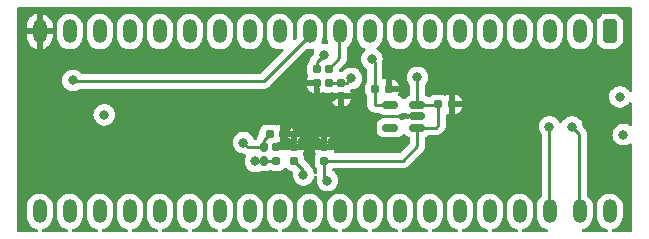
<source format=gbl>
%TF.GenerationSoftware,KiCad,Pcbnew,6.0.2*%
%TF.CreationDate,2022-04-10T12:21:23-06:00*%
%TF.ProjectId,FPGA_1,46504741-5f31-42e6-9b69-6361645f7063,rev?*%
%TF.SameCoordinates,Original*%
%TF.FileFunction,Copper,L4,Bot*%
%TF.FilePolarity,Positive*%
%FSLAX46Y46*%
G04 Gerber Fmt 4.6, Leading zero omitted, Abs format (unit mm)*
G04 Created by KiCad (PCBNEW 6.0.2) date 2022-04-10 12:21:23*
%MOMM*%
%LPD*%
G01*
G04 APERTURE LIST*
G04 Aperture macros list*
%AMRoundRect*
0 Rectangle with rounded corners*
0 $1 Rounding radius*
0 $2 $3 $4 $5 $6 $7 $8 $9 X,Y pos of 4 corners*
0 Add a 4 corners polygon primitive as box body*
4,1,4,$2,$3,$4,$5,$6,$7,$8,$9,$2,$3,0*
0 Add four circle primitives for the rounded corners*
1,1,$1+$1,$2,$3*
1,1,$1+$1,$4,$5*
1,1,$1+$1,$6,$7*
1,1,$1+$1,$8,$9*
0 Add four rect primitives between the rounded corners*
20,1,$1+$1,$2,$3,$4,$5,0*
20,1,$1+$1,$4,$5,$6,$7,0*
20,1,$1+$1,$6,$7,$8,$9,0*
20,1,$1+$1,$8,$9,$2,$3,0*%
%AMOutline5P*
0 Free polygon, 5 corners , with rotation*
0 The origin of the aperture is its center*
0 number of corners: always 5*
0 $1 to $10 corner X, Y*
0 $11 Rotation angle, in degrees counterclockwise*
0 create outline with 5 corners*
4,1,5,$1,$2,$3,$4,$5,$6,$7,$8,$9,$10,$1,$2,$11*%
%AMOutline6P*
0 Free polygon, 6 corners , with rotation*
0 The origin of the aperture is its center*
0 number of corners: always 6*
0 $1 to $12 corner X, Y*
0 $13 Rotation angle, in degrees counterclockwise*
0 create outline with 6 corners*
4,1,6,$1,$2,$3,$4,$5,$6,$7,$8,$9,$10,$11,$12,$1,$2,$13*%
%AMOutline7P*
0 Free polygon, 7 corners , with rotation*
0 The origin of the aperture is its center*
0 number of corners: always 7*
0 $1 to $14 corner X, Y*
0 $15 Rotation angle, in degrees counterclockwise*
0 create outline with 7 corners*
4,1,7,$1,$2,$3,$4,$5,$6,$7,$8,$9,$10,$11,$12,$13,$14,$1,$2,$15*%
%AMOutline8P*
0 Free polygon, 8 corners , with rotation*
0 The origin of the aperture is its center*
0 number of corners: always 8*
0 $1 to $16 corner X, Y*
0 $17 Rotation angle, in degrees counterclockwise*
0 create outline with 8 corners*
4,1,8,$1,$2,$3,$4,$5,$6,$7,$8,$9,$10,$11,$12,$13,$14,$15,$16,$1,$2,$17*%
G04 Aperture macros list end*
%TA.AperFunction,ComponentPad*%
%ADD10Outline8P,-0.600000X0.760000X-0.360000X1.000000X0.360000X1.000000X0.600000X0.760000X0.600000X-0.760000X0.360000X-1.000000X-0.360000X-1.000000X-0.600000X-0.760000X180.000000*%
%TD*%
%TA.AperFunction,ComponentPad*%
%ADD11O,1.200000X2.000000*%
%TD*%
%TA.AperFunction,SMDPad,CuDef*%
%ADD12RoundRect,0.155000X0.155000X-0.212500X0.155000X0.212500X-0.155000X0.212500X-0.155000X-0.212500X0*%
%TD*%
%TA.AperFunction,SMDPad,CuDef*%
%ADD13RoundRect,0.160000X-0.160000X0.197500X-0.160000X-0.197500X0.160000X-0.197500X0.160000X0.197500X0*%
%TD*%
%TA.AperFunction,SMDPad,CuDef*%
%ADD14RoundRect,0.155000X-0.155000X0.212500X-0.155000X-0.212500X0.155000X-0.212500X0.155000X0.212500X0*%
%TD*%
%TA.AperFunction,SMDPad,CuDef*%
%ADD15RoundRect,0.150000X0.512500X0.150000X-0.512500X0.150000X-0.512500X-0.150000X0.512500X-0.150000X0*%
%TD*%
%TA.AperFunction,SMDPad,CuDef*%
%ADD16RoundRect,0.155000X-0.212500X-0.155000X0.212500X-0.155000X0.212500X0.155000X-0.212500X0.155000X0*%
%TD*%
%TA.AperFunction,SMDPad,CuDef*%
%ADD17RoundRect,0.160000X0.160000X-0.222500X0.160000X0.222500X-0.160000X0.222500X-0.160000X-0.222500X0*%
%TD*%
%TA.AperFunction,ViaPad*%
%ADD18C,0.800000*%
%TD*%
%TA.AperFunction,Conductor*%
%ADD19C,0.250000*%
%TD*%
G04 APERTURE END LIST*
D10*
%TO.P,J1,1,Pin_1*%
%TO.N,/3b*%
X111785400Y-81457800D03*
D11*
%TO.P,J1,2,Pin_2*%
%TO.N,/5b*%
X109245400Y-81457800D03*
%TO.P,J1,3,Pin_3*%
%TO.N,/0a*%
X106705400Y-81457800D03*
%TO.P,J1,4,Pin_4*%
%TO.N,/2a*%
X104165400Y-81457800D03*
%TO.P,J1,5,Pin_5*%
%TO.N,/4a*%
X101625400Y-81457800D03*
%TO.P,J1,6,Pin_6*%
%TO.N,/6a*%
X99085400Y-81457800D03*
%TO.P,J1,7,Pin_7*%
%TO.N,/9b*%
X96545400Y-81457800D03*
%TO.P,J1,8,Pin_8*%
%TO.N,/8a*%
X94005400Y-81457800D03*
%TO.P,J1,9,Pin_9*%
%TO.N,/13b*%
X91465400Y-81457800D03*
%TO.P,J1,10,Pin_10*%
%TO.N,/~{CRESET}*%
X88925400Y-81457800D03*
%TO.P,J1,11,Pin_11*%
%TO.N,/Cdone*%
X86385400Y-81457800D03*
%TO.P,J1,12,Pin_12*%
%TO.N,/16a*%
X83845400Y-81457800D03*
%TO.P,J1,13,Pin_13*%
%TO.N,/18a*%
X81305400Y-81457800D03*
%TO.P,J1,14,Pin_14*%
%TO.N,/20a*%
X78765400Y-81457800D03*
%TO.P,J1,15,Pin_15*%
%TO.N,/22b*%
X76225400Y-81457800D03*
%TO.P,J1,16,Pin_16*%
%TO.N,/24a*%
X73685400Y-81457800D03*
%TO.P,J1,17,Pin_17*%
%TO.N,/SPI_SO*%
X71145400Y-81457800D03*
%TO.P,J1,18,Pin_18*%
%TO.N,/SPI_SCK*%
X68605400Y-81457800D03*
%TO.P,J1,19,Pin_19*%
%TO.N,/SPI_SS*%
X66065400Y-81457800D03*
%TO.P,J1,20,Pin_20*%
%TO.N,GND*%
X63525400Y-81457800D03*
%TO.P,J1,21,Pin_21*%
%TO.N,/SPI_SI*%
X63525400Y-96697800D03*
%TO.P,J1,22,Pin_22*%
%TO.N,/31b*%
X66065400Y-96697800D03*
%TO.P,J1,23,Pin_23*%
%TO.N,/29b*%
X68605400Y-96697800D03*
%TO.P,J1,24,Pin_24*%
%TO.N,/25b*%
X71145400Y-96697800D03*
%TO.P,J1,25,Pin_25*%
%TO.N,/23b*%
X73685400Y-96697800D03*
%TO.P,J1,26,Pin_26*%
%TO.N,/37a*%
X76225400Y-96697800D03*
%TO.P,J1,27,Pin_27*%
%TO.N,/36b*%
X78765400Y-96697800D03*
%TO.P,J1,28,Pin_28*%
%TO.N,/39a*%
X81305400Y-96697800D03*
%TO.P,J1,29,Pin_29*%
%TO.N,/38b*%
X83845400Y-96697800D03*
%TO.P,J1,30,Pin_30*%
%TO.N,/41a*%
X86385400Y-96697800D03*
%TO.P,J1,31,Pin_31*%
%TO.N,/42b*%
X88925400Y-96697800D03*
%TO.P,J1,32,Pin_32*%
%TO.N,/43a*%
X91465400Y-96697800D03*
%TO.P,J1,33,Pin_33*%
%TO.N,/44b*%
X94005400Y-96697800D03*
%TO.P,J1,34,Pin_34*%
%TO.N,/46b*%
X96545400Y-96697800D03*
%TO.P,J1,35,Pin_35*%
%TO.N,/48b*%
X99085400Y-96697800D03*
%TO.P,J1,36,Pin_36*%
%TO.N,/45a*%
X101625400Y-96697800D03*
%TO.P,J1,37,Pin_37*%
%TO.N,/50b*%
X104165400Y-96697800D03*
%TO.P,J1,38,Pin_38*%
%TO.N,/51a*%
X106705400Y-96697800D03*
%TO.P,J1,39,Pin_39*%
%TO.N,/49b*%
X109245400Y-96697800D03*
%TO.P,J1,40,Pin_40*%
%TO.N,+3V3*%
X111785400Y-96697800D03*
%TD*%
D12*
%TO.P,C7,1*%
%TO.N,Net-(C7-Pad1)*%
X83566000Y-92388500D03*
%TO.P,C7,2*%
%TO.N,GND*%
X83566000Y-91253500D03*
%TD*%
D13*
%TO.P,R3,1*%
%TO.N,/~{CRESET}*%
X88011000Y-84619500D03*
%TO.P,R3,2*%
%TO.N,+3V3*%
X88011000Y-85814500D03*
%TD*%
D14*
%TO.P,C5,1*%
%TO.N,+1V2*%
X86995000Y-84674900D03*
%TO.P,C5,2*%
%TO.N,GND*%
X86995000Y-85809900D03*
%TD*%
D15*
%TO.P,U2,1,VIN*%
%TO.N,+3V3*%
X95498500Y-87696000D03*
%TO.P,U2,2,GND*%
%TO.N,GND*%
X95498500Y-88646000D03*
%TO.P,U2,3,EN*%
%TO.N,+3V3*%
X95498500Y-89596000D03*
%TO.P,U2,4,NC*%
%TO.N,unconnected-(U2-Pad4)*%
X93223500Y-89596000D03*
%TO.P,U2,5,VOUT*%
%TO.N,+1V2*%
X93223500Y-87696000D03*
%TD*%
D16*
%TO.P,C2,1*%
%TO.N,+3V3*%
X97282000Y-87630000D03*
%TO.P,C2,2*%
%TO.N,GND*%
X98417000Y-87630000D03*
%TD*%
%TO.P,C3,1*%
%TO.N,+3V3*%
X82998500Y-90170000D03*
%TO.P,C3,2*%
%TO.N,GND*%
X84133500Y-90170000D03*
%TD*%
D12*
%TO.P,C6,1*%
%TO.N,+1V2*%
X85090000Y-92388500D03*
%TO.P,C6,2*%
%TO.N,GND*%
X85090000Y-91253500D03*
%TD*%
%TO.P,C8,1*%
%TO.N,+3V3*%
X87630000Y-92388500D03*
%TO.P,C8,2*%
%TO.N,GND*%
X87630000Y-91253500D03*
%TD*%
D17*
%TO.P,D5,1,K*%
%TO.N,Net-(C7-Pad1)*%
X82550000Y-92393500D03*
%TO.P,D5,2,A*%
%TO.N,+3V3*%
X82550000Y-91248500D03*
%TD*%
D14*
%TO.P,C1,1*%
%TO.N,+3V3*%
X89027000Y-85792500D03*
%TO.P,C1,2*%
%TO.N,GND*%
X89027000Y-86927500D03*
%TD*%
D16*
%TO.P,C4,1*%
%TO.N,+1V2*%
X91939300Y-86309200D03*
%TO.P,C4,2*%
%TO.N,GND*%
X93074300Y-86309200D03*
%TD*%
D18*
%TO.N,+3V3*%
X89916000Y-85425500D03*
X112928400Y-90195400D03*
X87884000Y-94081600D03*
X80772000Y-90874500D03*
X68986400Y-88519000D03*
X95504000Y-85344000D03*
X112649000Y-86995000D03*
%TO.N,/Cdone*%
X66344800Y-85598000D03*
%TO.N,GND*%
X86995000Y-88265000D03*
X84455000Y-86995000D03*
X111785400Y-83693000D03*
X84455000Y-89535000D03*
X88265000Y-88265000D03*
X105486200Y-94615000D03*
X88265000Y-89535000D03*
X63500000Y-85725000D03*
X84455000Y-90805000D03*
X85725000Y-86995000D03*
X88265000Y-90805000D03*
X86995000Y-90805000D03*
X84455000Y-88265000D03*
X109474000Y-86995000D03*
X63550800Y-93802200D03*
X85725000Y-90805000D03*
X85725000Y-89535000D03*
X102844600Y-94564200D03*
X63576200Y-91059000D03*
X88265000Y-86995000D03*
X98196400Y-84251800D03*
X86995000Y-86995000D03*
X85725000Y-88265000D03*
X99187000Y-91874500D03*
X86995000Y-89535000D03*
X66370200Y-91059000D03*
%TO.N,+1V2*%
X87624984Y-83433984D03*
X91643200Y-83796660D03*
X85852000Y-93599000D03*
%TO.N,Net-(C7-Pad1)*%
X81788000Y-92456000D03*
%TO.N,/51a*%
X106680000Y-89535000D03*
%TO.N,/49b*%
X108585000Y-89535000D03*
%TD*%
D19*
%TO.N,/Cdone*%
X66344800Y-85598000D02*
X66421000Y-85674200D01*
X86360000Y-81838800D02*
X86360000Y-81280000D01*
X66421000Y-85674200D02*
X82524600Y-85674200D01*
X82524600Y-85674200D02*
X86360000Y-81838800D01*
%TO.N,+3V3*%
X95498500Y-89596000D02*
X97094000Y-89596000D01*
X95504000Y-87690500D02*
X95498500Y-87696000D01*
X89027000Y-85792500D02*
X89549000Y-85792500D01*
X89005000Y-85814500D02*
X89027000Y-85792500D01*
X82550000Y-90618500D02*
X82998500Y-90170000D01*
X94301500Y-92388500D02*
X95498500Y-91191500D01*
X95498500Y-87696000D02*
X97216000Y-87696000D01*
X88011000Y-85814500D02*
X89005000Y-85814500D01*
X80772000Y-90874500D02*
X81146000Y-91248500D01*
X87884000Y-94081600D02*
X87630000Y-93827600D01*
X95498500Y-91191500D02*
X95498500Y-89596000D01*
X87630000Y-93827600D02*
X87630000Y-92388500D01*
X82550000Y-91248500D02*
X82550000Y-90618500D01*
X87630000Y-92388500D02*
X94301500Y-92388500D01*
X97282000Y-89408000D02*
X97282000Y-87630000D01*
X89549000Y-85792500D02*
X89916000Y-85425500D01*
X97216000Y-87696000D02*
X97282000Y-87630000D01*
X95504000Y-85344000D02*
X95504000Y-87690500D01*
X97094000Y-89596000D02*
X97282000Y-89408000D01*
X81146000Y-91248500D02*
X82550000Y-91248500D01*
%TO.N,GND*%
X89027000Y-86927500D02*
X88332500Y-86927500D01*
X86995000Y-85809900D02*
X86995000Y-86995000D01*
X88332500Y-86927500D02*
X88265000Y-86995000D01*
%TO.N,+1V2*%
X86995000Y-84063968D02*
X87624984Y-83433984D01*
X91643200Y-83796660D02*
X91880500Y-84033960D01*
X91880500Y-84033960D02*
X91880500Y-87655400D01*
X86995000Y-84674900D02*
X86995000Y-84063968D01*
X93223500Y-87696000D02*
X91921100Y-87696000D01*
X85852000Y-93599000D02*
X85852000Y-93150500D01*
X85852000Y-93150500D02*
X85090000Y-92388500D01*
X91921100Y-87696000D02*
X91880500Y-87655400D01*
%TO.N,Net-(C7-Pad1)*%
X83561000Y-92393500D02*
X83566000Y-92388500D01*
X82550000Y-92393500D02*
X83561000Y-92393500D01*
X82550000Y-92393500D02*
X81850500Y-92393500D01*
X81850500Y-92393500D02*
X81788000Y-92456000D01*
%TO.N,/~{CRESET}*%
X88900000Y-83730500D02*
X88011000Y-84619500D01*
X88900000Y-81280000D02*
X88900000Y-83730500D01*
%TO.N,/51a*%
X106680000Y-96840000D02*
X106680000Y-89535000D01*
%TO.N,/49b*%
X109220000Y-90170000D02*
X108585000Y-89535000D01*
X109220000Y-96840000D02*
X109220000Y-90170000D01*
%TD*%
%TA.AperFunction,Conductor*%
%TO.N,GND*%
G36*
X113607121Y-79395002D02*
G01*
X113653614Y-79448658D01*
X113665000Y-79501000D01*
X113665000Y-86467527D01*
X113644998Y-86535648D01*
X113591342Y-86582141D01*
X113521068Y-86592245D01*
X113456488Y-86562751D01*
X113429881Y-86530527D01*
X113393085Y-86466794D01*
X113388040Y-86458056D01*
X113360544Y-86427518D01*
X113264675Y-86321045D01*
X113264674Y-86321044D01*
X113260253Y-86316134D01*
X113105752Y-86203882D01*
X113099724Y-86201198D01*
X113099722Y-86201197D01*
X112937319Y-86128891D01*
X112937318Y-86128891D01*
X112931288Y-86126206D01*
X112837888Y-86106353D01*
X112750944Y-86087872D01*
X112750939Y-86087872D01*
X112744487Y-86086500D01*
X112553513Y-86086500D01*
X112547061Y-86087872D01*
X112547056Y-86087872D01*
X112460112Y-86106353D01*
X112366712Y-86126206D01*
X112360682Y-86128891D01*
X112360681Y-86128891D01*
X112198278Y-86201197D01*
X112198276Y-86201198D01*
X112192248Y-86203882D01*
X112037747Y-86316134D01*
X112033326Y-86321044D01*
X112033325Y-86321045D01*
X111937457Y-86427518D01*
X111909960Y-86458056D01*
X111814473Y-86623444D01*
X111755458Y-86805072D01*
X111754768Y-86811633D01*
X111754768Y-86811635D01*
X111744026Y-86913838D01*
X111735496Y-86995000D01*
X111755458Y-87184928D01*
X111814473Y-87366556D01*
X111817776Y-87372278D01*
X111817777Y-87372279D01*
X111832075Y-87397044D01*
X111909960Y-87531944D01*
X111914378Y-87536851D01*
X111914379Y-87536852D01*
X111980692Y-87610500D01*
X112037747Y-87673866D01*
X112192248Y-87786118D01*
X112198276Y-87788802D01*
X112198278Y-87788803D01*
X112347661Y-87855312D01*
X112366712Y-87863794D01*
X112460112Y-87883647D01*
X112547056Y-87902128D01*
X112547061Y-87902128D01*
X112553513Y-87903500D01*
X112744487Y-87903500D01*
X112750939Y-87902128D01*
X112750944Y-87902128D01*
X112837888Y-87883647D01*
X112931288Y-87863794D01*
X112950339Y-87855312D01*
X113099722Y-87788803D01*
X113099724Y-87788802D01*
X113105752Y-87786118D01*
X113260253Y-87673866D01*
X113317308Y-87610500D01*
X113383621Y-87536852D01*
X113383622Y-87536851D01*
X113388040Y-87531944D01*
X113429882Y-87459472D01*
X113481263Y-87410480D01*
X113550977Y-87397044D01*
X113616888Y-87423430D01*
X113658070Y-87481262D01*
X113665000Y-87522473D01*
X113665000Y-89360315D01*
X113644998Y-89428436D01*
X113591342Y-89474929D01*
X113521068Y-89485033D01*
X113464939Y-89462251D01*
X113390494Y-89408163D01*
X113390493Y-89408162D01*
X113385152Y-89404282D01*
X113379124Y-89401598D01*
X113379122Y-89401597D01*
X113216719Y-89329291D01*
X113216718Y-89329291D01*
X113210688Y-89326606D01*
X113114860Y-89306237D01*
X113030344Y-89288272D01*
X113030339Y-89288272D01*
X113023887Y-89286900D01*
X112832913Y-89286900D01*
X112826461Y-89288272D01*
X112826456Y-89288272D01*
X112741940Y-89306237D01*
X112646112Y-89326606D01*
X112640082Y-89329291D01*
X112640081Y-89329291D01*
X112477678Y-89401597D01*
X112477676Y-89401598D01*
X112471648Y-89404282D01*
X112317147Y-89516534D01*
X112312726Y-89521444D01*
X112312725Y-89521445D01*
X112203223Y-89643060D01*
X112189360Y-89658456D01*
X112093873Y-89823844D01*
X112034858Y-90005472D01*
X112034168Y-90012033D01*
X112034168Y-90012035D01*
X112021755Y-90130144D01*
X112014896Y-90195400D01*
X112015586Y-90201965D01*
X112031686Y-90355145D01*
X112034858Y-90385328D01*
X112093873Y-90566956D01*
X112189360Y-90732344D01*
X112193778Y-90737251D01*
X112193779Y-90737252D01*
X112312725Y-90869355D01*
X112317147Y-90874266D01*
X112471648Y-90986518D01*
X112477676Y-90989202D01*
X112477678Y-90989203D01*
X112637626Y-91060416D01*
X112646112Y-91064194D01*
X112739512Y-91084047D01*
X112826456Y-91102528D01*
X112826461Y-91102528D01*
X112832913Y-91103900D01*
X113023887Y-91103900D01*
X113030339Y-91102528D01*
X113030344Y-91102528D01*
X113117288Y-91084047D01*
X113210688Y-91064194D01*
X113219174Y-91060416D01*
X113379122Y-90989203D01*
X113379124Y-90989202D01*
X113385152Y-90986518D01*
X113464939Y-90928549D01*
X113531806Y-90904691D01*
X113600958Y-90920771D01*
X113650438Y-90971685D01*
X113665000Y-91030485D01*
X113665000Y-98299000D01*
X113644998Y-98367121D01*
X113591342Y-98413614D01*
X113539000Y-98425000D01*
X112070268Y-98425000D01*
X112002147Y-98404998D01*
X111955654Y-98351342D01*
X111945550Y-98281068D01*
X111975044Y-98216488D01*
X112040747Y-98176507D01*
X112142101Y-98152081D01*
X112142103Y-98152080D01*
X112147934Y-98150675D01*
X112153392Y-98148193D01*
X112153396Y-98148192D01*
X112268441Y-98095884D01*
X112340487Y-98063126D01*
X112513011Y-97940746D01*
X112659281Y-97787950D01*
X112774020Y-97610252D01*
X112853086Y-97414063D01*
X112893628Y-97206463D01*
X112893900Y-97200901D01*
X112893900Y-96244954D01*
X112878852Y-96087234D01*
X112819308Y-95884266D01*
X112722458Y-95696220D01*
X112591796Y-95529880D01*
X112587265Y-95525948D01*
X112587262Y-95525945D01*
X112436567Y-95395179D01*
X112432037Y-95391248D01*
X112426851Y-95388248D01*
X112426847Y-95388245D01*
X112254142Y-95288333D01*
X112248946Y-95285327D01*
X112049129Y-95215939D01*
X112043194Y-95215078D01*
X112043192Y-95215078D01*
X111845736Y-95186448D01*
X111845733Y-95186448D01*
X111839796Y-95185587D01*
X111628501Y-95195367D01*
X111497323Y-95226981D01*
X111428699Y-95243519D01*
X111428697Y-95243520D01*
X111422866Y-95244925D01*
X111417408Y-95247407D01*
X111417404Y-95247408D01*
X111302359Y-95299716D01*
X111230313Y-95332474D01*
X111057789Y-95454854D01*
X110911519Y-95607650D01*
X110796780Y-95785348D01*
X110717714Y-95981537D01*
X110677172Y-96189137D01*
X110676900Y-96194699D01*
X110676900Y-97150646D01*
X110691948Y-97308366D01*
X110751492Y-97511334D01*
X110848342Y-97699380D01*
X110979004Y-97865720D01*
X110983535Y-97869652D01*
X110983538Y-97869655D01*
X111069458Y-97944212D01*
X111138763Y-98004352D01*
X111143949Y-98007352D01*
X111143953Y-98007355D01*
X111240357Y-98063126D01*
X111321854Y-98110273D01*
X111431050Y-98148192D01*
X111521671Y-98179661D01*
X111520850Y-98182024D01*
X111572897Y-98212148D01*
X111605362Y-98275287D01*
X111598538Y-98345955D01*
X111554591Y-98401715D01*
X111481614Y-98425000D01*
X109530268Y-98425000D01*
X109462147Y-98404998D01*
X109415654Y-98351342D01*
X109405550Y-98281068D01*
X109435044Y-98216488D01*
X109500747Y-98176507D01*
X109602101Y-98152081D01*
X109602103Y-98152080D01*
X109607934Y-98150675D01*
X109613392Y-98148193D01*
X109613396Y-98148192D01*
X109728441Y-98095884D01*
X109800487Y-98063126D01*
X109973011Y-97940746D01*
X110119281Y-97787950D01*
X110234020Y-97610252D01*
X110313086Y-97414063D01*
X110353628Y-97206463D01*
X110353900Y-97200901D01*
X110353900Y-96244954D01*
X110338852Y-96087234D01*
X110279308Y-95884266D01*
X110182458Y-95696220D01*
X110051796Y-95529880D01*
X109896918Y-95395484D01*
X109858579Y-95335732D01*
X109853500Y-95300320D01*
X109853500Y-90248768D01*
X109854027Y-90237585D01*
X109855702Y-90230092D01*
X109855298Y-90217221D01*
X109853562Y-90162002D01*
X109853500Y-90158044D01*
X109853500Y-90130144D01*
X109852996Y-90126153D01*
X109852063Y-90114311D01*
X109851758Y-90104580D01*
X109850674Y-90070111D01*
X109845021Y-90050652D01*
X109841012Y-90031293D01*
X109840846Y-90029983D01*
X109838474Y-90011203D01*
X109835558Y-90003837D01*
X109835556Y-90003831D01*
X109822200Y-89970098D01*
X109818355Y-89958868D01*
X109808230Y-89924017D01*
X109808230Y-89924016D01*
X109806019Y-89916407D01*
X109799515Y-89905409D01*
X109795705Y-89898966D01*
X109787008Y-89881213D01*
X109782472Y-89869758D01*
X109779552Y-89862383D01*
X109753563Y-89826612D01*
X109747047Y-89816692D01*
X109724542Y-89778638D01*
X109710221Y-89764317D01*
X109697380Y-89749283D01*
X109690132Y-89739307D01*
X109690131Y-89739306D01*
X109685472Y-89732893D01*
X109651401Y-89704707D01*
X109642622Y-89696718D01*
X109532122Y-89586218D01*
X109498096Y-89523906D01*
X109495907Y-89510293D01*
X109494375Y-89495711D01*
X109487061Y-89426128D01*
X109479232Y-89351635D01*
X109479232Y-89351633D01*
X109478542Y-89345072D01*
X109419527Y-89163444D01*
X109324040Y-88998056D01*
X109260202Y-88927156D01*
X109200675Y-88861045D01*
X109200674Y-88861044D01*
X109196253Y-88856134D01*
X109041752Y-88743882D01*
X109035724Y-88741198D01*
X109035722Y-88741197D01*
X108873319Y-88668891D01*
X108873318Y-88668891D01*
X108867288Y-88666206D01*
X108773887Y-88646353D01*
X108686944Y-88627872D01*
X108686939Y-88627872D01*
X108680487Y-88626500D01*
X108489513Y-88626500D01*
X108483061Y-88627872D01*
X108483056Y-88627872D01*
X108396113Y-88646353D01*
X108302712Y-88666206D01*
X108296682Y-88668891D01*
X108296681Y-88668891D01*
X108134278Y-88741197D01*
X108134276Y-88741198D01*
X108128248Y-88743882D01*
X107973747Y-88856134D01*
X107969326Y-88861044D01*
X107969325Y-88861045D01*
X107909799Y-88927156D01*
X107845960Y-88998056D01*
X107750473Y-89163444D01*
X107748433Y-89169723D01*
X107747606Y-89171580D01*
X107701626Y-89225675D01*
X107633699Y-89246324D01*
X107565391Y-89226971D01*
X107517394Y-89171580D01*
X107516567Y-89169723D01*
X107514527Y-89163444D01*
X107419040Y-88998056D01*
X107355202Y-88927156D01*
X107295675Y-88861045D01*
X107295674Y-88861044D01*
X107291253Y-88856134D01*
X107136752Y-88743882D01*
X107130724Y-88741198D01*
X107130722Y-88741197D01*
X106968319Y-88668891D01*
X106968318Y-88668891D01*
X106962288Y-88666206D01*
X106868887Y-88646353D01*
X106781944Y-88627872D01*
X106781939Y-88627872D01*
X106775487Y-88626500D01*
X106584513Y-88626500D01*
X106578061Y-88627872D01*
X106578056Y-88627872D01*
X106491113Y-88646353D01*
X106397712Y-88666206D01*
X106391682Y-88668891D01*
X106391681Y-88668891D01*
X106229278Y-88741197D01*
X106229276Y-88741198D01*
X106223248Y-88743882D01*
X106068747Y-88856134D01*
X106064326Y-88861044D01*
X106064325Y-88861045D01*
X106004799Y-88927156D01*
X105940960Y-88998056D01*
X105845473Y-89163444D01*
X105786458Y-89345072D01*
X105785768Y-89351633D01*
X105785768Y-89351635D01*
X105777736Y-89428057D01*
X105766496Y-89535000D01*
X105767186Y-89541565D01*
X105780073Y-89664174D01*
X105786458Y-89724928D01*
X105845473Y-89906556D01*
X105848776Y-89912278D01*
X105848777Y-89912279D01*
X105851160Y-89916407D01*
X105940960Y-90071944D01*
X106014137Y-90153215D01*
X106044853Y-90217221D01*
X106046500Y-90237524D01*
X106046500Y-95341010D01*
X106026498Y-95409131D01*
X105993401Y-95443779D01*
X105982704Y-95451367D01*
X105977789Y-95454854D01*
X105831519Y-95607650D01*
X105716780Y-95785348D01*
X105637714Y-95981537D01*
X105597172Y-96189137D01*
X105596900Y-96194699D01*
X105596900Y-97150646D01*
X105611948Y-97308366D01*
X105671492Y-97511334D01*
X105768342Y-97699380D01*
X105899004Y-97865720D01*
X105903535Y-97869652D01*
X105903538Y-97869655D01*
X105989458Y-97944212D01*
X106058763Y-98004352D01*
X106063949Y-98007352D01*
X106063953Y-98007355D01*
X106160357Y-98063126D01*
X106241854Y-98110273D01*
X106351050Y-98148192D01*
X106441671Y-98179661D01*
X106440850Y-98182024D01*
X106492897Y-98212148D01*
X106525362Y-98275287D01*
X106518538Y-98345955D01*
X106474591Y-98401715D01*
X106401614Y-98425000D01*
X104450268Y-98425000D01*
X104382147Y-98404998D01*
X104335654Y-98351342D01*
X104325550Y-98281068D01*
X104355044Y-98216488D01*
X104420747Y-98176507D01*
X104522101Y-98152081D01*
X104522103Y-98152080D01*
X104527934Y-98150675D01*
X104533392Y-98148193D01*
X104533396Y-98148192D01*
X104648441Y-98095884D01*
X104720487Y-98063126D01*
X104893011Y-97940746D01*
X105039281Y-97787950D01*
X105154020Y-97610252D01*
X105233086Y-97414063D01*
X105273628Y-97206463D01*
X105273900Y-97200901D01*
X105273900Y-96244954D01*
X105258852Y-96087234D01*
X105199308Y-95884266D01*
X105102458Y-95696220D01*
X104971796Y-95529880D01*
X104967265Y-95525948D01*
X104967262Y-95525945D01*
X104816567Y-95395179D01*
X104812037Y-95391248D01*
X104806851Y-95388248D01*
X104806847Y-95388245D01*
X104634142Y-95288333D01*
X104628946Y-95285327D01*
X104429129Y-95215939D01*
X104423194Y-95215078D01*
X104423192Y-95215078D01*
X104225736Y-95186448D01*
X104225733Y-95186448D01*
X104219796Y-95185587D01*
X104008501Y-95195367D01*
X103877323Y-95226981D01*
X103808699Y-95243519D01*
X103808697Y-95243520D01*
X103802866Y-95244925D01*
X103797408Y-95247407D01*
X103797404Y-95247408D01*
X103682359Y-95299716D01*
X103610313Y-95332474D01*
X103437789Y-95454854D01*
X103291519Y-95607650D01*
X103176780Y-95785348D01*
X103097714Y-95981537D01*
X103057172Y-96189137D01*
X103056900Y-96194699D01*
X103056900Y-97150646D01*
X103071948Y-97308366D01*
X103131492Y-97511334D01*
X103228342Y-97699380D01*
X103359004Y-97865720D01*
X103363535Y-97869652D01*
X103363538Y-97869655D01*
X103449458Y-97944212D01*
X103518763Y-98004352D01*
X103523949Y-98007352D01*
X103523953Y-98007355D01*
X103620357Y-98063126D01*
X103701854Y-98110273D01*
X103811050Y-98148192D01*
X103901671Y-98179661D01*
X103900850Y-98182024D01*
X103952897Y-98212148D01*
X103985362Y-98275287D01*
X103978538Y-98345955D01*
X103934591Y-98401715D01*
X103861614Y-98425000D01*
X101910268Y-98425000D01*
X101842147Y-98404998D01*
X101795654Y-98351342D01*
X101785550Y-98281068D01*
X101815044Y-98216488D01*
X101880747Y-98176507D01*
X101982101Y-98152081D01*
X101982103Y-98152080D01*
X101987934Y-98150675D01*
X101993392Y-98148193D01*
X101993396Y-98148192D01*
X102108441Y-98095884D01*
X102180487Y-98063126D01*
X102353011Y-97940746D01*
X102499281Y-97787950D01*
X102614020Y-97610252D01*
X102693086Y-97414063D01*
X102733628Y-97206463D01*
X102733900Y-97200901D01*
X102733900Y-96244954D01*
X102718852Y-96087234D01*
X102659308Y-95884266D01*
X102562458Y-95696220D01*
X102431796Y-95529880D01*
X102427265Y-95525948D01*
X102427262Y-95525945D01*
X102276567Y-95395179D01*
X102272037Y-95391248D01*
X102266851Y-95388248D01*
X102266847Y-95388245D01*
X102094142Y-95288333D01*
X102088946Y-95285327D01*
X101889129Y-95215939D01*
X101883194Y-95215078D01*
X101883192Y-95215078D01*
X101685736Y-95186448D01*
X101685733Y-95186448D01*
X101679796Y-95185587D01*
X101468501Y-95195367D01*
X101337323Y-95226981D01*
X101268699Y-95243519D01*
X101268697Y-95243520D01*
X101262866Y-95244925D01*
X101257408Y-95247407D01*
X101257404Y-95247408D01*
X101142359Y-95299716D01*
X101070313Y-95332474D01*
X100897789Y-95454854D01*
X100751519Y-95607650D01*
X100636780Y-95785348D01*
X100557714Y-95981537D01*
X100517172Y-96189137D01*
X100516900Y-96194699D01*
X100516900Y-97150646D01*
X100531948Y-97308366D01*
X100591492Y-97511334D01*
X100688342Y-97699380D01*
X100819004Y-97865720D01*
X100823535Y-97869652D01*
X100823538Y-97869655D01*
X100909458Y-97944212D01*
X100978763Y-98004352D01*
X100983949Y-98007352D01*
X100983953Y-98007355D01*
X101080357Y-98063126D01*
X101161854Y-98110273D01*
X101271050Y-98148192D01*
X101361671Y-98179661D01*
X101360850Y-98182024D01*
X101412897Y-98212148D01*
X101445362Y-98275287D01*
X101438538Y-98345955D01*
X101394591Y-98401715D01*
X101321614Y-98425000D01*
X99370268Y-98425000D01*
X99302147Y-98404998D01*
X99255654Y-98351342D01*
X99245550Y-98281068D01*
X99275044Y-98216488D01*
X99340747Y-98176507D01*
X99442101Y-98152081D01*
X99442103Y-98152080D01*
X99447934Y-98150675D01*
X99453392Y-98148193D01*
X99453396Y-98148192D01*
X99568441Y-98095884D01*
X99640487Y-98063126D01*
X99813011Y-97940746D01*
X99959281Y-97787950D01*
X100074020Y-97610252D01*
X100153086Y-97414063D01*
X100193628Y-97206463D01*
X100193900Y-97200901D01*
X100193900Y-96244954D01*
X100178852Y-96087234D01*
X100119308Y-95884266D01*
X100022458Y-95696220D01*
X99891796Y-95529880D01*
X99887265Y-95525948D01*
X99887262Y-95525945D01*
X99736567Y-95395179D01*
X99732037Y-95391248D01*
X99726851Y-95388248D01*
X99726847Y-95388245D01*
X99554142Y-95288333D01*
X99548946Y-95285327D01*
X99349129Y-95215939D01*
X99343194Y-95215078D01*
X99343192Y-95215078D01*
X99145736Y-95186448D01*
X99145733Y-95186448D01*
X99139796Y-95185587D01*
X98928501Y-95195367D01*
X98797323Y-95226981D01*
X98728699Y-95243519D01*
X98728697Y-95243520D01*
X98722866Y-95244925D01*
X98717408Y-95247407D01*
X98717404Y-95247408D01*
X98602359Y-95299716D01*
X98530313Y-95332474D01*
X98357789Y-95454854D01*
X98211519Y-95607650D01*
X98096780Y-95785348D01*
X98017714Y-95981537D01*
X97977172Y-96189137D01*
X97976900Y-96194699D01*
X97976900Y-97150646D01*
X97991948Y-97308366D01*
X98051492Y-97511334D01*
X98148342Y-97699380D01*
X98279004Y-97865720D01*
X98283535Y-97869652D01*
X98283538Y-97869655D01*
X98369458Y-97944212D01*
X98438763Y-98004352D01*
X98443949Y-98007352D01*
X98443953Y-98007355D01*
X98540357Y-98063126D01*
X98621854Y-98110273D01*
X98731050Y-98148192D01*
X98821671Y-98179661D01*
X98820850Y-98182024D01*
X98872897Y-98212148D01*
X98905362Y-98275287D01*
X98898538Y-98345955D01*
X98854591Y-98401715D01*
X98781614Y-98425000D01*
X96830268Y-98425000D01*
X96762147Y-98404998D01*
X96715654Y-98351342D01*
X96705550Y-98281068D01*
X96735044Y-98216488D01*
X96800747Y-98176507D01*
X96902101Y-98152081D01*
X96902103Y-98152080D01*
X96907934Y-98150675D01*
X96913392Y-98148193D01*
X96913396Y-98148192D01*
X97028441Y-98095884D01*
X97100487Y-98063126D01*
X97273011Y-97940746D01*
X97419281Y-97787950D01*
X97534020Y-97610252D01*
X97613086Y-97414063D01*
X97653628Y-97206463D01*
X97653900Y-97200901D01*
X97653900Y-96244954D01*
X97638852Y-96087234D01*
X97579308Y-95884266D01*
X97482458Y-95696220D01*
X97351796Y-95529880D01*
X97347265Y-95525948D01*
X97347262Y-95525945D01*
X97196567Y-95395179D01*
X97192037Y-95391248D01*
X97186851Y-95388248D01*
X97186847Y-95388245D01*
X97014142Y-95288333D01*
X97008946Y-95285327D01*
X96809129Y-95215939D01*
X96803194Y-95215078D01*
X96803192Y-95215078D01*
X96605736Y-95186448D01*
X96605733Y-95186448D01*
X96599796Y-95185587D01*
X96388501Y-95195367D01*
X96257323Y-95226981D01*
X96188699Y-95243519D01*
X96188697Y-95243520D01*
X96182866Y-95244925D01*
X96177408Y-95247407D01*
X96177404Y-95247408D01*
X96062359Y-95299716D01*
X95990313Y-95332474D01*
X95817789Y-95454854D01*
X95671519Y-95607650D01*
X95556780Y-95785348D01*
X95477714Y-95981537D01*
X95437172Y-96189137D01*
X95436900Y-96194699D01*
X95436900Y-97150646D01*
X95451948Y-97308366D01*
X95511492Y-97511334D01*
X95608342Y-97699380D01*
X95739004Y-97865720D01*
X95743535Y-97869652D01*
X95743538Y-97869655D01*
X95829458Y-97944212D01*
X95898763Y-98004352D01*
X95903949Y-98007352D01*
X95903953Y-98007355D01*
X96000357Y-98063126D01*
X96081854Y-98110273D01*
X96191050Y-98148192D01*
X96281671Y-98179661D01*
X96280850Y-98182024D01*
X96332897Y-98212148D01*
X96365362Y-98275287D01*
X96358538Y-98345955D01*
X96314591Y-98401715D01*
X96241614Y-98425000D01*
X94290268Y-98425000D01*
X94222147Y-98404998D01*
X94175654Y-98351342D01*
X94165550Y-98281068D01*
X94195044Y-98216488D01*
X94260747Y-98176507D01*
X94362101Y-98152081D01*
X94362103Y-98152080D01*
X94367934Y-98150675D01*
X94373392Y-98148193D01*
X94373396Y-98148192D01*
X94488441Y-98095884D01*
X94560487Y-98063126D01*
X94733011Y-97940746D01*
X94879281Y-97787950D01*
X94994020Y-97610252D01*
X95073086Y-97414063D01*
X95113628Y-97206463D01*
X95113900Y-97200901D01*
X95113900Y-96244954D01*
X95098852Y-96087234D01*
X95039308Y-95884266D01*
X94942458Y-95696220D01*
X94811796Y-95529880D01*
X94807265Y-95525948D01*
X94807262Y-95525945D01*
X94656567Y-95395179D01*
X94652037Y-95391248D01*
X94646851Y-95388248D01*
X94646847Y-95388245D01*
X94474142Y-95288333D01*
X94468946Y-95285327D01*
X94269129Y-95215939D01*
X94263194Y-95215078D01*
X94263192Y-95215078D01*
X94065736Y-95186448D01*
X94065733Y-95186448D01*
X94059796Y-95185587D01*
X93848501Y-95195367D01*
X93717323Y-95226981D01*
X93648699Y-95243519D01*
X93648697Y-95243520D01*
X93642866Y-95244925D01*
X93637408Y-95247407D01*
X93637404Y-95247408D01*
X93522359Y-95299716D01*
X93450313Y-95332474D01*
X93277789Y-95454854D01*
X93131519Y-95607650D01*
X93016780Y-95785348D01*
X92937714Y-95981537D01*
X92897172Y-96189137D01*
X92896900Y-96194699D01*
X92896900Y-97150646D01*
X92911948Y-97308366D01*
X92971492Y-97511334D01*
X93068342Y-97699380D01*
X93199004Y-97865720D01*
X93203535Y-97869652D01*
X93203538Y-97869655D01*
X93289458Y-97944212D01*
X93358763Y-98004352D01*
X93363949Y-98007352D01*
X93363953Y-98007355D01*
X93460357Y-98063126D01*
X93541854Y-98110273D01*
X93651050Y-98148192D01*
X93741671Y-98179661D01*
X93740850Y-98182024D01*
X93792897Y-98212148D01*
X93825362Y-98275287D01*
X93818538Y-98345955D01*
X93774591Y-98401715D01*
X93701614Y-98425000D01*
X91750268Y-98425000D01*
X91682147Y-98404998D01*
X91635654Y-98351342D01*
X91625550Y-98281068D01*
X91655044Y-98216488D01*
X91720747Y-98176507D01*
X91822101Y-98152081D01*
X91822103Y-98152080D01*
X91827934Y-98150675D01*
X91833392Y-98148193D01*
X91833396Y-98148192D01*
X91948441Y-98095884D01*
X92020487Y-98063126D01*
X92193011Y-97940746D01*
X92339281Y-97787950D01*
X92454020Y-97610252D01*
X92533086Y-97414063D01*
X92573628Y-97206463D01*
X92573900Y-97200901D01*
X92573900Y-96244954D01*
X92558852Y-96087234D01*
X92499308Y-95884266D01*
X92402458Y-95696220D01*
X92271796Y-95529880D01*
X92267265Y-95525948D01*
X92267262Y-95525945D01*
X92116567Y-95395179D01*
X92112037Y-95391248D01*
X92106851Y-95388248D01*
X92106847Y-95388245D01*
X91934142Y-95288333D01*
X91928946Y-95285327D01*
X91729129Y-95215939D01*
X91723194Y-95215078D01*
X91723192Y-95215078D01*
X91525736Y-95186448D01*
X91525733Y-95186448D01*
X91519796Y-95185587D01*
X91308501Y-95195367D01*
X91177323Y-95226981D01*
X91108699Y-95243519D01*
X91108697Y-95243520D01*
X91102866Y-95244925D01*
X91097408Y-95247407D01*
X91097404Y-95247408D01*
X90982359Y-95299716D01*
X90910313Y-95332474D01*
X90737789Y-95454854D01*
X90591519Y-95607650D01*
X90476780Y-95785348D01*
X90397714Y-95981537D01*
X90357172Y-96189137D01*
X90356900Y-96194699D01*
X90356900Y-97150646D01*
X90371948Y-97308366D01*
X90431492Y-97511334D01*
X90528342Y-97699380D01*
X90659004Y-97865720D01*
X90663535Y-97869652D01*
X90663538Y-97869655D01*
X90749458Y-97944212D01*
X90818763Y-98004352D01*
X90823949Y-98007352D01*
X90823953Y-98007355D01*
X90920357Y-98063126D01*
X91001854Y-98110273D01*
X91111050Y-98148192D01*
X91201671Y-98179661D01*
X91200850Y-98182024D01*
X91252897Y-98212148D01*
X91285362Y-98275287D01*
X91278538Y-98345955D01*
X91234591Y-98401715D01*
X91161614Y-98425000D01*
X89210268Y-98425000D01*
X89142147Y-98404998D01*
X89095654Y-98351342D01*
X89085550Y-98281068D01*
X89115044Y-98216488D01*
X89180747Y-98176507D01*
X89282101Y-98152081D01*
X89282103Y-98152080D01*
X89287934Y-98150675D01*
X89293392Y-98148193D01*
X89293396Y-98148192D01*
X89408441Y-98095884D01*
X89480487Y-98063126D01*
X89653011Y-97940746D01*
X89799281Y-97787950D01*
X89914020Y-97610252D01*
X89993086Y-97414063D01*
X90033628Y-97206463D01*
X90033900Y-97200901D01*
X90033900Y-96244954D01*
X90018852Y-96087234D01*
X89959308Y-95884266D01*
X89862458Y-95696220D01*
X89731796Y-95529880D01*
X89727265Y-95525948D01*
X89727262Y-95525945D01*
X89576567Y-95395179D01*
X89572037Y-95391248D01*
X89566851Y-95388248D01*
X89566847Y-95388245D01*
X89394142Y-95288333D01*
X89388946Y-95285327D01*
X89189129Y-95215939D01*
X89183194Y-95215078D01*
X89183192Y-95215078D01*
X88985736Y-95186448D01*
X88985733Y-95186448D01*
X88979796Y-95185587D01*
X88768501Y-95195367D01*
X88637323Y-95226981D01*
X88568699Y-95243519D01*
X88568697Y-95243520D01*
X88562866Y-95244925D01*
X88557408Y-95247407D01*
X88557404Y-95247408D01*
X88442359Y-95299716D01*
X88370313Y-95332474D01*
X88197789Y-95454854D01*
X88051519Y-95607650D01*
X87936780Y-95785348D01*
X87857714Y-95981537D01*
X87817172Y-96189137D01*
X87816900Y-96194699D01*
X87816900Y-97150646D01*
X87831948Y-97308366D01*
X87891492Y-97511334D01*
X87988342Y-97699380D01*
X88119004Y-97865720D01*
X88123535Y-97869652D01*
X88123538Y-97869655D01*
X88209458Y-97944212D01*
X88278763Y-98004352D01*
X88283949Y-98007352D01*
X88283953Y-98007355D01*
X88380357Y-98063126D01*
X88461854Y-98110273D01*
X88571050Y-98148192D01*
X88661671Y-98179661D01*
X88660850Y-98182024D01*
X88712897Y-98212148D01*
X88745362Y-98275287D01*
X88738538Y-98345955D01*
X88694591Y-98401715D01*
X88621614Y-98425000D01*
X86670268Y-98425000D01*
X86602147Y-98404998D01*
X86555654Y-98351342D01*
X86545550Y-98281068D01*
X86575044Y-98216488D01*
X86640747Y-98176507D01*
X86742101Y-98152081D01*
X86742103Y-98152080D01*
X86747934Y-98150675D01*
X86753392Y-98148193D01*
X86753396Y-98148192D01*
X86868441Y-98095884D01*
X86940487Y-98063126D01*
X87113011Y-97940746D01*
X87259281Y-97787950D01*
X87374020Y-97610252D01*
X87453086Y-97414063D01*
X87493628Y-97206463D01*
X87493900Y-97200901D01*
X87493900Y-96244954D01*
X87478852Y-96087234D01*
X87419308Y-95884266D01*
X87322458Y-95696220D01*
X87191796Y-95529880D01*
X87187265Y-95525948D01*
X87187262Y-95525945D01*
X87036567Y-95395179D01*
X87032037Y-95391248D01*
X87026851Y-95388248D01*
X87026847Y-95388245D01*
X86854142Y-95288333D01*
X86848946Y-95285327D01*
X86649129Y-95215939D01*
X86643194Y-95215078D01*
X86643192Y-95215078D01*
X86445736Y-95186448D01*
X86445733Y-95186448D01*
X86439796Y-95185587D01*
X86228501Y-95195367D01*
X86097323Y-95226981D01*
X86028699Y-95243519D01*
X86028697Y-95243520D01*
X86022866Y-95244925D01*
X86017408Y-95247407D01*
X86017404Y-95247408D01*
X85902359Y-95299716D01*
X85830313Y-95332474D01*
X85657789Y-95454854D01*
X85511519Y-95607650D01*
X85396780Y-95785348D01*
X85317714Y-95981537D01*
X85277172Y-96189137D01*
X85276900Y-96194699D01*
X85276900Y-97150646D01*
X85291948Y-97308366D01*
X85351492Y-97511334D01*
X85448342Y-97699380D01*
X85579004Y-97865720D01*
X85583535Y-97869652D01*
X85583538Y-97869655D01*
X85669458Y-97944212D01*
X85738763Y-98004352D01*
X85743949Y-98007352D01*
X85743953Y-98007355D01*
X85840357Y-98063126D01*
X85921854Y-98110273D01*
X86031050Y-98148192D01*
X86121671Y-98179661D01*
X86120850Y-98182024D01*
X86172897Y-98212148D01*
X86205362Y-98275287D01*
X86198538Y-98345955D01*
X86154591Y-98401715D01*
X86081614Y-98425000D01*
X84130268Y-98425000D01*
X84062147Y-98404998D01*
X84015654Y-98351342D01*
X84005550Y-98281068D01*
X84035044Y-98216488D01*
X84100747Y-98176507D01*
X84202101Y-98152081D01*
X84202103Y-98152080D01*
X84207934Y-98150675D01*
X84213392Y-98148193D01*
X84213396Y-98148192D01*
X84328441Y-98095884D01*
X84400487Y-98063126D01*
X84573011Y-97940746D01*
X84719281Y-97787950D01*
X84834020Y-97610252D01*
X84913086Y-97414063D01*
X84953628Y-97206463D01*
X84953900Y-97200901D01*
X84953900Y-96244954D01*
X84938852Y-96087234D01*
X84879308Y-95884266D01*
X84782458Y-95696220D01*
X84651796Y-95529880D01*
X84647265Y-95525948D01*
X84647262Y-95525945D01*
X84496567Y-95395179D01*
X84492037Y-95391248D01*
X84486851Y-95388248D01*
X84486847Y-95388245D01*
X84314142Y-95288333D01*
X84308946Y-95285327D01*
X84109129Y-95215939D01*
X84103194Y-95215078D01*
X84103192Y-95215078D01*
X83905736Y-95186448D01*
X83905733Y-95186448D01*
X83899796Y-95185587D01*
X83688501Y-95195367D01*
X83557323Y-95226981D01*
X83488699Y-95243519D01*
X83488697Y-95243520D01*
X83482866Y-95244925D01*
X83477408Y-95247407D01*
X83477404Y-95247408D01*
X83362359Y-95299716D01*
X83290313Y-95332474D01*
X83117789Y-95454854D01*
X82971519Y-95607650D01*
X82856780Y-95785348D01*
X82777714Y-95981537D01*
X82737172Y-96189137D01*
X82736900Y-96194699D01*
X82736900Y-97150646D01*
X82751948Y-97308366D01*
X82811492Y-97511334D01*
X82908342Y-97699380D01*
X83039004Y-97865720D01*
X83043535Y-97869652D01*
X83043538Y-97869655D01*
X83129458Y-97944212D01*
X83198763Y-98004352D01*
X83203949Y-98007352D01*
X83203953Y-98007355D01*
X83300357Y-98063126D01*
X83381854Y-98110273D01*
X83491050Y-98148192D01*
X83581671Y-98179661D01*
X83580850Y-98182024D01*
X83632897Y-98212148D01*
X83665362Y-98275287D01*
X83658538Y-98345955D01*
X83614591Y-98401715D01*
X83541614Y-98425000D01*
X81590268Y-98425000D01*
X81522147Y-98404998D01*
X81475654Y-98351342D01*
X81465550Y-98281068D01*
X81495044Y-98216488D01*
X81560747Y-98176507D01*
X81662101Y-98152081D01*
X81662103Y-98152080D01*
X81667934Y-98150675D01*
X81673392Y-98148193D01*
X81673396Y-98148192D01*
X81788441Y-98095884D01*
X81860487Y-98063126D01*
X82033011Y-97940746D01*
X82179281Y-97787950D01*
X82294020Y-97610252D01*
X82373086Y-97414063D01*
X82413628Y-97206463D01*
X82413900Y-97200901D01*
X82413900Y-96244954D01*
X82398852Y-96087234D01*
X82339308Y-95884266D01*
X82242458Y-95696220D01*
X82111796Y-95529880D01*
X82107265Y-95525948D01*
X82107262Y-95525945D01*
X81956567Y-95395179D01*
X81952037Y-95391248D01*
X81946851Y-95388248D01*
X81946847Y-95388245D01*
X81774142Y-95288333D01*
X81768946Y-95285327D01*
X81569129Y-95215939D01*
X81563194Y-95215078D01*
X81563192Y-95215078D01*
X81365736Y-95186448D01*
X81365733Y-95186448D01*
X81359796Y-95185587D01*
X81148501Y-95195367D01*
X81017323Y-95226981D01*
X80948699Y-95243519D01*
X80948697Y-95243520D01*
X80942866Y-95244925D01*
X80937408Y-95247407D01*
X80937404Y-95247408D01*
X80822359Y-95299716D01*
X80750313Y-95332474D01*
X80577789Y-95454854D01*
X80431519Y-95607650D01*
X80316780Y-95785348D01*
X80237714Y-95981537D01*
X80197172Y-96189137D01*
X80196900Y-96194699D01*
X80196900Y-97150646D01*
X80211948Y-97308366D01*
X80271492Y-97511334D01*
X80368342Y-97699380D01*
X80499004Y-97865720D01*
X80503535Y-97869652D01*
X80503538Y-97869655D01*
X80589458Y-97944212D01*
X80658763Y-98004352D01*
X80663949Y-98007352D01*
X80663953Y-98007355D01*
X80760357Y-98063126D01*
X80841854Y-98110273D01*
X80951050Y-98148192D01*
X81041671Y-98179661D01*
X81040850Y-98182024D01*
X81092897Y-98212148D01*
X81125362Y-98275287D01*
X81118538Y-98345955D01*
X81074591Y-98401715D01*
X81001614Y-98425000D01*
X79050268Y-98425000D01*
X78982147Y-98404998D01*
X78935654Y-98351342D01*
X78925550Y-98281068D01*
X78955044Y-98216488D01*
X79020747Y-98176507D01*
X79122101Y-98152081D01*
X79122103Y-98152080D01*
X79127934Y-98150675D01*
X79133392Y-98148193D01*
X79133396Y-98148192D01*
X79248441Y-98095884D01*
X79320487Y-98063126D01*
X79493011Y-97940746D01*
X79639281Y-97787950D01*
X79754020Y-97610252D01*
X79833086Y-97414063D01*
X79873628Y-97206463D01*
X79873900Y-97200901D01*
X79873900Y-96244954D01*
X79858852Y-96087234D01*
X79799308Y-95884266D01*
X79702458Y-95696220D01*
X79571796Y-95529880D01*
X79567265Y-95525948D01*
X79567262Y-95525945D01*
X79416567Y-95395179D01*
X79412037Y-95391248D01*
X79406851Y-95388248D01*
X79406847Y-95388245D01*
X79234142Y-95288333D01*
X79228946Y-95285327D01*
X79029129Y-95215939D01*
X79023194Y-95215078D01*
X79023192Y-95215078D01*
X78825736Y-95186448D01*
X78825733Y-95186448D01*
X78819796Y-95185587D01*
X78608501Y-95195367D01*
X78477323Y-95226981D01*
X78408699Y-95243519D01*
X78408697Y-95243520D01*
X78402866Y-95244925D01*
X78397408Y-95247407D01*
X78397404Y-95247408D01*
X78282359Y-95299716D01*
X78210313Y-95332474D01*
X78037789Y-95454854D01*
X77891519Y-95607650D01*
X77776780Y-95785348D01*
X77697714Y-95981537D01*
X77657172Y-96189137D01*
X77656900Y-96194699D01*
X77656900Y-97150646D01*
X77671948Y-97308366D01*
X77731492Y-97511334D01*
X77828342Y-97699380D01*
X77959004Y-97865720D01*
X77963535Y-97869652D01*
X77963538Y-97869655D01*
X78049458Y-97944212D01*
X78118763Y-98004352D01*
X78123949Y-98007352D01*
X78123953Y-98007355D01*
X78220357Y-98063126D01*
X78301854Y-98110273D01*
X78411050Y-98148192D01*
X78501671Y-98179661D01*
X78500850Y-98182024D01*
X78552897Y-98212148D01*
X78585362Y-98275287D01*
X78578538Y-98345955D01*
X78534591Y-98401715D01*
X78461614Y-98425000D01*
X76510268Y-98425000D01*
X76442147Y-98404998D01*
X76395654Y-98351342D01*
X76385550Y-98281068D01*
X76415044Y-98216488D01*
X76480747Y-98176507D01*
X76582101Y-98152081D01*
X76582103Y-98152080D01*
X76587934Y-98150675D01*
X76593392Y-98148193D01*
X76593396Y-98148192D01*
X76708441Y-98095884D01*
X76780487Y-98063126D01*
X76953011Y-97940746D01*
X77099281Y-97787950D01*
X77214020Y-97610252D01*
X77293086Y-97414063D01*
X77333628Y-97206463D01*
X77333900Y-97200901D01*
X77333900Y-96244954D01*
X77318852Y-96087234D01*
X77259308Y-95884266D01*
X77162458Y-95696220D01*
X77031796Y-95529880D01*
X77027265Y-95525948D01*
X77027262Y-95525945D01*
X76876567Y-95395179D01*
X76872037Y-95391248D01*
X76866851Y-95388248D01*
X76866847Y-95388245D01*
X76694142Y-95288333D01*
X76688946Y-95285327D01*
X76489129Y-95215939D01*
X76483194Y-95215078D01*
X76483192Y-95215078D01*
X76285736Y-95186448D01*
X76285733Y-95186448D01*
X76279796Y-95185587D01*
X76068501Y-95195367D01*
X75937323Y-95226981D01*
X75868699Y-95243519D01*
X75868697Y-95243520D01*
X75862866Y-95244925D01*
X75857408Y-95247407D01*
X75857404Y-95247408D01*
X75742359Y-95299716D01*
X75670313Y-95332474D01*
X75497789Y-95454854D01*
X75351519Y-95607650D01*
X75236780Y-95785348D01*
X75157714Y-95981537D01*
X75117172Y-96189137D01*
X75116900Y-96194699D01*
X75116900Y-97150646D01*
X75131948Y-97308366D01*
X75191492Y-97511334D01*
X75288342Y-97699380D01*
X75419004Y-97865720D01*
X75423535Y-97869652D01*
X75423538Y-97869655D01*
X75509458Y-97944212D01*
X75578763Y-98004352D01*
X75583949Y-98007352D01*
X75583953Y-98007355D01*
X75680357Y-98063126D01*
X75761854Y-98110273D01*
X75871050Y-98148192D01*
X75961671Y-98179661D01*
X75960850Y-98182024D01*
X76012897Y-98212148D01*
X76045362Y-98275287D01*
X76038538Y-98345955D01*
X75994591Y-98401715D01*
X75921614Y-98425000D01*
X73970268Y-98425000D01*
X73902147Y-98404998D01*
X73855654Y-98351342D01*
X73845550Y-98281068D01*
X73875044Y-98216488D01*
X73940747Y-98176507D01*
X74042101Y-98152081D01*
X74042103Y-98152080D01*
X74047934Y-98150675D01*
X74053392Y-98148193D01*
X74053396Y-98148192D01*
X74168441Y-98095884D01*
X74240487Y-98063126D01*
X74413011Y-97940746D01*
X74559281Y-97787950D01*
X74674020Y-97610252D01*
X74753086Y-97414063D01*
X74793628Y-97206463D01*
X74793900Y-97200901D01*
X74793900Y-96244954D01*
X74778852Y-96087234D01*
X74719308Y-95884266D01*
X74622458Y-95696220D01*
X74491796Y-95529880D01*
X74487265Y-95525948D01*
X74487262Y-95525945D01*
X74336567Y-95395179D01*
X74332037Y-95391248D01*
X74326851Y-95388248D01*
X74326847Y-95388245D01*
X74154142Y-95288333D01*
X74148946Y-95285327D01*
X73949129Y-95215939D01*
X73943194Y-95215078D01*
X73943192Y-95215078D01*
X73745736Y-95186448D01*
X73745733Y-95186448D01*
X73739796Y-95185587D01*
X73528501Y-95195367D01*
X73397323Y-95226981D01*
X73328699Y-95243519D01*
X73328697Y-95243520D01*
X73322866Y-95244925D01*
X73317408Y-95247407D01*
X73317404Y-95247408D01*
X73202359Y-95299716D01*
X73130313Y-95332474D01*
X72957789Y-95454854D01*
X72811519Y-95607650D01*
X72696780Y-95785348D01*
X72617714Y-95981537D01*
X72577172Y-96189137D01*
X72576900Y-96194699D01*
X72576900Y-97150646D01*
X72591948Y-97308366D01*
X72651492Y-97511334D01*
X72748342Y-97699380D01*
X72879004Y-97865720D01*
X72883535Y-97869652D01*
X72883538Y-97869655D01*
X72969458Y-97944212D01*
X73038763Y-98004352D01*
X73043949Y-98007352D01*
X73043953Y-98007355D01*
X73140357Y-98063126D01*
X73221854Y-98110273D01*
X73331050Y-98148192D01*
X73421671Y-98179661D01*
X73420850Y-98182024D01*
X73472897Y-98212148D01*
X73505362Y-98275287D01*
X73498538Y-98345955D01*
X73454591Y-98401715D01*
X73381614Y-98425000D01*
X71430268Y-98425000D01*
X71362147Y-98404998D01*
X71315654Y-98351342D01*
X71305550Y-98281068D01*
X71335044Y-98216488D01*
X71400747Y-98176507D01*
X71502101Y-98152081D01*
X71502103Y-98152080D01*
X71507934Y-98150675D01*
X71513392Y-98148193D01*
X71513396Y-98148192D01*
X71628441Y-98095884D01*
X71700487Y-98063126D01*
X71873011Y-97940746D01*
X72019281Y-97787950D01*
X72134020Y-97610252D01*
X72213086Y-97414063D01*
X72253628Y-97206463D01*
X72253900Y-97200901D01*
X72253900Y-96244954D01*
X72238852Y-96087234D01*
X72179308Y-95884266D01*
X72082458Y-95696220D01*
X71951796Y-95529880D01*
X71947265Y-95525948D01*
X71947262Y-95525945D01*
X71796567Y-95395179D01*
X71792037Y-95391248D01*
X71786851Y-95388248D01*
X71786847Y-95388245D01*
X71614142Y-95288333D01*
X71608946Y-95285327D01*
X71409129Y-95215939D01*
X71403194Y-95215078D01*
X71403192Y-95215078D01*
X71205736Y-95186448D01*
X71205733Y-95186448D01*
X71199796Y-95185587D01*
X70988501Y-95195367D01*
X70857323Y-95226981D01*
X70788699Y-95243519D01*
X70788697Y-95243520D01*
X70782866Y-95244925D01*
X70777408Y-95247407D01*
X70777404Y-95247408D01*
X70662359Y-95299716D01*
X70590313Y-95332474D01*
X70417789Y-95454854D01*
X70271519Y-95607650D01*
X70156780Y-95785348D01*
X70077714Y-95981537D01*
X70037172Y-96189137D01*
X70036900Y-96194699D01*
X70036900Y-97150646D01*
X70051948Y-97308366D01*
X70111492Y-97511334D01*
X70208342Y-97699380D01*
X70339004Y-97865720D01*
X70343535Y-97869652D01*
X70343538Y-97869655D01*
X70429458Y-97944212D01*
X70498763Y-98004352D01*
X70503949Y-98007352D01*
X70503953Y-98007355D01*
X70600357Y-98063126D01*
X70681854Y-98110273D01*
X70791050Y-98148192D01*
X70881671Y-98179661D01*
X70880850Y-98182024D01*
X70932897Y-98212148D01*
X70965362Y-98275287D01*
X70958538Y-98345955D01*
X70914591Y-98401715D01*
X70841614Y-98425000D01*
X68890268Y-98425000D01*
X68822147Y-98404998D01*
X68775654Y-98351342D01*
X68765550Y-98281068D01*
X68795044Y-98216488D01*
X68860747Y-98176507D01*
X68962101Y-98152081D01*
X68962103Y-98152080D01*
X68967934Y-98150675D01*
X68973392Y-98148193D01*
X68973396Y-98148192D01*
X69088441Y-98095884D01*
X69160487Y-98063126D01*
X69333011Y-97940746D01*
X69479281Y-97787950D01*
X69594020Y-97610252D01*
X69673086Y-97414063D01*
X69713628Y-97206463D01*
X69713900Y-97200901D01*
X69713900Y-96244954D01*
X69698852Y-96087234D01*
X69639308Y-95884266D01*
X69542458Y-95696220D01*
X69411796Y-95529880D01*
X69407265Y-95525948D01*
X69407262Y-95525945D01*
X69256567Y-95395179D01*
X69252037Y-95391248D01*
X69246851Y-95388248D01*
X69246847Y-95388245D01*
X69074142Y-95288333D01*
X69068946Y-95285327D01*
X68869129Y-95215939D01*
X68863194Y-95215078D01*
X68863192Y-95215078D01*
X68665736Y-95186448D01*
X68665733Y-95186448D01*
X68659796Y-95185587D01*
X68448501Y-95195367D01*
X68317323Y-95226981D01*
X68248699Y-95243519D01*
X68248697Y-95243520D01*
X68242866Y-95244925D01*
X68237408Y-95247407D01*
X68237404Y-95247408D01*
X68122359Y-95299716D01*
X68050313Y-95332474D01*
X67877789Y-95454854D01*
X67731519Y-95607650D01*
X67616780Y-95785348D01*
X67537714Y-95981537D01*
X67497172Y-96189137D01*
X67496900Y-96194699D01*
X67496900Y-97150646D01*
X67511948Y-97308366D01*
X67571492Y-97511334D01*
X67668342Y-97699380D01*
X67799004Y-97865720D01*
X67803535Y-97869652D01*
X67803538Y-97869655D01*
X67889458Y-97944212D01*
X67958763Y-98004352D01*
X67963949Y-98007352D01*
X67963953Y-98007355D01*
X68060357Y-98063126D01*
X68141854Y-98110273D01*
X68251050Y-98148192D01*
X68341671Y-98179661D01*
X68340850Y-98182024D01*
X68392897Y-98212148D01*
X68425362Y-98275287D01*
X68418538Y-98345955D01*
X68374591Y-98401715D01*
X68301614Y-98425000D01*
X66350268Y-98425000D01*
X66282147Y-98404998D01*
X66235654Y-98351342D01*
X66225550Y-98281068D01*
X66255044Y-98216488D01*
X66320747Y-98176507D01*
X66422101Y-98152081D01*
X66422103Y-98152080D01*
X66427934Y-98150675D01*
X66433392Y-98148193D01*
X66433396Y-98148192D01*
X66548441Y-98095884D01*
X66620487Y-98063126D01*
X66793011Y-97940746D01*
X66939281Y-97787950D01*
X67054020Y-97610252D01*
X67133086Y-97414063D01*
X67173628Y-97206463D01*
X67173900Y-97200901D01*
X67173900Y-96244954D01*
X67158852Y-96087234D01*
X67099308Y-95884266D01*
X67002458Y-95696220D01*
X66871796Y-95529880D01*
X66867265Y-95525948D01*
X66867262Y-95525945D01*
X66716567Y-95395179D01*
X66712037Y-95391248D01*
X66706851Y-95388248D01*
X66706847Y-95388245D01*
X66534142Y-95288333D01*
X66528946Y-95285327D01*
X66329129Y-95215939D01*
X66323194Y-95215078D01*
X66323192Y-95215078D01*
X66125736Y-95186448D01*
X66125733Y-95186448D01*
X66119796Y-95185587D01*
X65908501Y-95195367D01*
X65777323Y-95226981D01*
X65708699Y-95243519D01*
X65708697Y-95243520D01*
X65702866Y-95244925D01*
X65697408Y-95247407D01*
X65697404Y-95247408D01*
X65582359Y-95299716D01*
X65510313Y-95332474D01*
X65337789Y-95454854D01*
X65191519Y-95607650D01*
X65076780Y-95785348D01*
X64997714Y-95981537D01*
X64957172Y-96189137D01*
X64956900Y-96194699D01*
X64956900Y-97150646D01*
X64971948Y-97308366D01*
X65031492Y-97511334D01*
X65128342Y-97699380D01*
X65259004Y-97865720D01*
X65263535Y-97869652D01*
X65263538Y-97869655D01*
X65349458Y-97944212D01*
X65418763Y-98004352D01*
X65423949Y-98007352D01*
X65423953Y-98007355D01*
X65520357Y-98063126D01*
X65601854Y-98110273D01*
X65711050Y-98148192D01*
X65801671Y-98179661D01*
X65800850Y-98182024D01*
X65852897Y-98212148D01*
X65885362Y-98275287D01*
X65878538Y-98345955D01*
X65834591Y-98401715D01*
X65761614Y-98425000D01*
X63810268Y-98425000D01*
X63742147Y-98404998D01*
X63695654Y-98351342D01*
X63685550Y-98281068D01*
X63715044Y-98216488D01*
X63780747Y-98176507D01*
X63882101Y-98152081D01*
X63882103Y-98152080D01*
X63887934Y-98150675D01*
X63893392Y-98148193D01*
X63893396Y-98148192D01*
X64008441Y-98095884D01*
X64080487Y-98063126D01*
X64253011Y-97940746D01*
X64399281Y-97787950D01*
X64514020Y-97610252D01*
X64593086Y-97414063D01*
X64633628Y-97206463D01*
X64633900Y-97200901D01*
X64633900Y-96244954D01*
X64618852Y-96087234D01*
X64559308Y-95884266D01*
X64462458Y-95696220D01*
X64331796Y-95529880D01*
X64327265Y-95525948D01*
X64327262Y-95525945D01*
X64176567Y-95395179D01*
X64172037Y-95391248D01*
X64166851Y-95388248D01*
X64166847Y-95388245D01*
X63994142Y-95288333D01*
X63988946Y-95285327D01*
X63789129Y-95215939D01*
X63783194Y-95215078D01*
X63783192Y-95215078D01*
X63585736Y-95186448D01*
X63585733Y-95186448D01*
X63579796Y-95185587D01*
X63368501Y-95195367D01*
X63237323Y-95226981D01*
X63168699Y-95243519D01*
X63168697Y-95243520D01*
X63162866Y-95244925D01*
X63157408Y-95247407D01*
X63157404Y-95247408D01*
X63042359Y-95299716D01*
X62970313Y-95332474D01*
X62797789Y-95454854D01*
X62651519Y-95607650D01*
X62536780Y-95785348D01*
X62457714Y-95981537D01*
X62417172Y-96189137D01*
X62416900Y-96194699D01*
X62416900Y-97150646D01*
X62431948Y-97308366D01*
X62491492Y-97511334D01*
X62588342Y-97699380D01*
X62719004Y-97865720D01*
X62723535Y-97869652D01*
X62723538Y-97869655D01*
X62809458Y-97944212D01*
X62878763Y-98004352D01*
X62883949Y-98007352D01*
X62883953Y-98007355D01*
X62980357Y-98063126D01*
X63061854Y-98110273D01*
X63171050Y-98148192D01*
X63261671Y-98179661D01*
X63260850Y-98182024D01*
X63312897Y-98212148D01*
X63345362Y-98275287D01*
X63338538Y-98345955D01*
X63294591Y-98401715D01*
X63221614Y-98425000D01*
X61721000Y-98425000D01*
X61652879Y-98404998D01*
X61606386Y-98351342D01*
X61595000Y-98299000D01*
X61595000Y-90874500D01*
X79858496Y-90874500D01*
X79859186Y-90881065D01*
X79871332Y-90996624D01*
X79878458Y-91064428D01*
X79937473Y-91246056D01*
X79940776Y-91251778D01*
X79940777Y-91251779D01*
X79952180Y-91271530D01*
X80032960Y-91411444D01*
X80037378Y-91416351D01*
X80037379Y-91416352D01*
X80132404Y-91521888D01*
X80160747Y-91553366D01*
X80198845Y-91581046D01*
X80293799Y-91650034D01*
X80315248Y-91665618D01*
X80321276Y-91668302D01*
X80321278Y-91668303D01*
X80483681Y-91740609D01*
X80489712Y-91743294D01*
X80583112Y-91763147D01*
X80670056Y-91781628D01*
X80670061Y-91781628D01*
X80676513Y-91783000D01*
X80762884Y-91783000D01*
X80820659Y-91798805D01*
X80820958Y-91798114D01*
X80825812Y-91800215D01*
X80825818Y-91800217D01*
X80828228Y-91801259D01*
X80828232Y-91801262D01*
X80861537Y-91815674D01*
X80872187Y-91820891D01*
X80910940Y-91842195D01*
X80918625Y-91844168D01*
X80924179Y-91846367D01*
X80980153Y-91890041D01*
X81003630Y-91957043D01*
X80986917Y-92026518D01*
X80953473Y-92084444D01*
X80894458Y-92266072D01*
X80874496Y-92456000D01*
X80894458Y-92645928D01*
X80953473Y-92827556D01*
X80956776Y-92833278D01*
X80956777Y-92833279D01*
X80983525Y-92879607D01*
X81048960Y-92992944D01*
X81053378Y-92997851D01*
X81053379Y-92997852D01*
X81133003Y-93086283D01*
X81176747Y-93134866D01*
X81260358Y-93195613D01*
X81312820Y-93233729D01*
X81331248Y-93247118D01*
X81337276Y-93249802D01*
X81337278Y-93249803D01*
X81499679Y-93322108D01*
X81505712Y-93324794D01*
X81599113Y-93344647D01*
X81686056Y-93363128D01*
X81686061Y-93363128D01*
X81692513Y-93364500D01*
X81883487Y-93364500D01*
X81889939Y-93363128D01*
X81889944Y-93363128D01*
X82028660Y-93333642D01*
X82070288Y-93324794D01*
X82169679Y-93280543D01*
X82240044Y-93271109D01*
X82258603Y-93275415D01*
X82260894Y-93276133D01*
X82260899Y-93276134D01*
X82267281Y-93278134D01*
X82336563Y-93284500D01*
X82339461Y-93284500D01*
X82550553Y-93284499D01*
X82763436Y-93284499D01*
X82766295Y-93284236D01*
X82766303Y-93284236D01*
X82800076Y-93281133D01*
X82832719Y-93278134D01*
X82839104Y-93276133D01*
X82979869Y-93232020D01*
X82979871Y-93232019D01*
X82987118Y-93229748D01*
X83013463Y-93213793D01*
X83082092Y-93195613D01*
X83130123Y-93206625D01*
X83135955Y-93210157D01*
X83289199Y-93258181D01*
X83357968Y-93264500D01*
X83774032Y-93264500D01*
X83842801Y-93258181D01*
X83933530Y-93229748D01*
X83988796Y-93212429D01*
X83988798Y-93212428D01*
X83996045Y-93210157D01*
X84133410Y-93126966D01*
X84238905Y-93021471D01*
X84301217Y-92987445D01*
X84372032Y-92992510D01*
X84417095Y-93021471D01*
X84522590Y-93126966D01*
X84659955Y-93210157D01*
X84667202Y-93212428D01*
X84667204Y-93212429D01*
X84722470Y-93229748D01*
X84813199Y-93258181D01*
X84834396Y-93260129D01*
X84846629Y-93261253D01*
X84912634Y-93287405D01*
X84954022Y-93345090D01*
X84958097Y-93409034D01*
X84958458Y-93409072D01*
X84938496Y-93599000D01*
X84939186Y-93605565D01*
X84952515Y-93732379D01*
X84958458Y-93788928D01*
X85017473Y-93970556D01*
X85112960Y-94135944D01*
X85240747Y-94277866D01*
X85395248Y-94390118D01*
X85401276Y-94392802D01*
X85401278Y-94392803D01*
X85522718Y-94446871D01*
X85569712Y-94467794D01*
X85663113Y-94487647D01*
X85750056Y-94506128D01*
X85750061Y-94506128D01*
X85756513Y-94507500D01*
X85947487Y-94507500D01*
X85953939Y-94506128D01*
X85953944Y-94506128D01*
X86040887Y-94487647D01*
X86134288Y-94467794D01*
X86181282Y-94446871D01*
X86302722Y-94392803D01*
X86302724Y-94392802D01*
X86308752Y-94390118D01*
X86463253Y-94277866D01*
X86591040Y-94135944D01*
X86686527Y-93970556D01*
X86718712Y-93871503D01*
X86743502Y-93795207D01*
X86743502Y-93795205D01*
X86745542Y-93788928D01*
X86746232Y-93782364D01*
X86746274Y-93782166D01*
X86780003Y-93719693D01*
X86842153Y-93685373D01*
X86912992Y-93690102D01*
X86970029Y-93732379D01*
X86995458Y-93804407D01*
X86996438Y-93835587D01*
X86996500Y-93839545D01*
X86996500Y-93853320D01*
X86993747Y-93879514D01*
X86992496Y-93885398D01*
X86990458Y-93891672D01*
X86989768Y-93898233D01*
X86989768Y-93898235D01*
X86971186Y-94075035D01*
X86970496Y-94081600D01*
X86971186Y-94088165D01*
X86976724Y-94140852D01*
X86990458Y-94271528D01*
X87049473Y-94453156D01*
X87144960Y-94618544D01*
X87272747Y-94760466D01*
X87427248Y-94872718D01*
X87433276Y-94875402D01*
X87433278Y-94875403D01*
X87595681Y-94947709D01*
X87601712Y-94950394D01*
X87695112Y-94970247D01*
X87782056Y-94988728D01*
X87782061Y-94988728D01*
X87788513Y-94990100D01*
X87979487Y-94990100D01*
X87985939Y-94988728D01*
X87985944Y-94988728D01*
X88072888Y-94970247D01*
X88166288Y-94950394D01*
X88172319Y-94947709D01*
X88334722Y-94875403D01*
X88334724Y-94875402D01*
X88340752Y-94872718D01*
X88495253Y-94760466D01*
X88623040Y-94618544D01*
X88718527Y-94453156D01*
X88777542Y-94271528D01*
X88791277Y-94140852D01*
X88796814Y-94088165D01*
X88797504Y-94081600D01*
X88796814Y-94075035D01*
X88778232Y-93898235D01*
X88778232Y-93898233D01*
X88777542Y-93891672D01*
X88718527Y-93710044D01*
X88707014Y-93690102D01*
X88658206Y-93605565D01*
X88623040Y-93544656D01*
X88573351Y-93489470D01*
X88499675Y-93407645D01*
X88499674Y-93407644D01*
X88495253Y-93402734D01*
X88340752Y-93290482D01*
X88334722Y-93287797D01*
X88328999Y-93284493D01*
X88330155Y-93282491D01*
X88284144Y-93243371D01*
X88263500Y-93174261D01*
X88263500Y-93148000D01*
X88283502Y-93079879D01*
X88337158Y-93033386D01*
X88389500Y-93022000D01*
X94222733Y-93022000D01*
X94233916Y-93022527D01*
X94241409Y-93024202D01*
X94249335Y-93023953D01*
X94249336Y-93023953D01*
X94309486Y-93022062D01*
X94313445Y-93022000D01*
X94341356Y-93022000D01*
X94345291Y-93021503D01*
X94345356Y-93021495D01*
X94357193Y-93020562D01*
X94389451Y-93019548D01*
X94393470Y-93019422D01*
X94401389Y-93019173D01*
X94420843Y-93013521D01*
X94440200Y-93009513D01*
X94452430Y-93007968D01*
X94452431Y-93007968D01*
X94460297Y-93006974D01*
X94467668Y-93004055D01*
X94467670Y-93004055D01*
X94501412Y-92990696D01*
X94512642Y-92986851D01*
X94547483Y-92976729D01*
X94547484Y-92976729D01*
X94555093Y-92974518D01*
X94561912Y-92970485D01*
X94561917Y-92970483D01*
X94572528Y-92964207D01*
X94590276Y-92955512D01*
X94609117Y-92948052D01*
X94644887Y-92922064D01*
X94654807Y-92915548D01*
X94686035Y-92897080D01*
X94686038Y-92897078D01*
X94692862Y-92893042D01*
X94707183Y-92878721D01*
X94722217Y-92865880D01*
X94738607Y-92853972D01*
X94766798Y-92819895D01*
X94774788Y-92811116D01*
X95890747Y-91695157D01*
X95899037Y-91687613D01*
X95905518Y-91683500D01*
X95952159Y-91633832D01*
X95954913Y-91630991D01*
X95974635Y-91611269D01*
X95977112Y-91608076D01*
X95984817Y-91599055D01*
X96009659Y-91572600D01*
X96015086Y-91566821D01*
X96022483Y-91553366D01*
X96024846Y-91549068D01*
X96035702Y-91532541D01*
X96043257Y-91522802D01*
X96043258Y-91522800D01*
X96048114Y-91516540D01*
X96065674Y-91475960D01*
X96070891Y-91465312D01*
X96088375Y-91433509D01*
X96088376Y-91433507D01*
X96092195Y-91426560D01*
X96097233Y-91406937D01*
X96103637Y-91388234D01*
X96108533Y-91376920D01*
X96108533Y-91376919D01*
X96111681Y-91369645D01*
X96112920Y-91361822D01*
X96112923Y-91361812D01*
X96118599Y-91325976D01*
X96121005Y-91314356D01*
X96130028Y-91279211D01*
X96130028Y-91279210D01*
X96132000Y-91271530D01*
X96132000Y-91251276D01*
X96133551Y-91231565D01*
X96135480Y-91219386D01*
X96136720Y-91211557D01*
X96132559Y-91167538D01*
X96132000Y-91155681D01*
X96132000Y-90491178D01*
X96152002Y-90423057D01*
X96205658Y-90376564D01*
X96222847Y-90370181D01*
X96266988Y-90357357D01*
X96266990Y-90357356D01*
X96274601Y-90355145D01*
X96330245Y-90322237D01*
X96410980Y-90274491D01*
X96410983Y-90274489D01*
X96417807Y-90270453D01*
X96423416Y-90264844D01*
X96429675Y-90259989D01*
X96430844Y-90261496D01*
X96484167Y-90232379D01*
X96510950Y-90229500D01*
X97015233Y-90229500D01*
X97026416Y-90230027D01*
X97033909Y-90231702D01*
X97041835Y-90231453D01*
X97041836Y-90231453D01*
X97101986Y-90229562D01*
X97105945Y-90229500D01*
X97133856Y-90229500D01*
X97137791Y-90229003D01*
X97137856Y-90228995D01*
X97149693Y-90228062D01*
X97181951Y-90227048D01*
X97185970Y-90226922D01*
X97193889Y-90226673D01*
X97213343Y-90221021D01*
X97232700Y-90217013D01*
X97244930Y-90215468D01*
X97244931Y-90215468D01*
X97252797Y-90214474D01*
X97260168Y-90211555D01*
X97260170Y-90211555D01*
X97293912Y-90198196D01*
X97305142Y-90194351D01*
X97339983Y-90184229D01*
X97339984Y-90184229D01*
X97347593Y-90182018D01*
X97354412Y-90177985D01*
X97354417Y-90177983D01*
X97365028Y-90171707D01*
X97382776Y-90163012D01*
X97401617Y-90155552D01*
X97437387Y-90129564D01*
X97447307Y-90123048D01*
X97478535Y-90104580D01*
X97478538Y-90104578D01*
X97485362Y-90100542D01*
X97499683Y-90086221D01*
X97514717Y-90073380D01*
X97531107Y-90061472D01*
X97559298Y-90027395D01*
X97567288Y-90018616D01*
X97674247Y-89911657D01*
X97682537Y-89904113D01*
X97689018Y-89900000D01*
X97735659Y-89850332D01*
X97738413Y-89847491D01*
X97758134Y-89827770D01*
X97760612Y-89824575D01*
X97768318Y-89815553D01*
X97793158Y-89789101D01*
X97798586Y-89783321D01*
X97808346Y-89765568D01*
X97819199Y-89749045D01*
X97826250Y-89739955D01*
X97831613Y-89733041D01*
X97849176Y-89692457D01*
X97854383Y-89681827D01*
X97875695Y-89643060D01*
X97877666Y-89635383D01*
X97877668Y-89635378D01*
X97880732Y-89623442D01*
X97887138Y-89604730D01*
X97892033Y-89593419D01*
X97895181Y-89586145D01*
X97896421Y-89578317D01*
X97896423Y-89578310D01*
X97902099Y-89542476D01*
X97904505Y-89530856D01*
X97913528Y-89495711D01*
X97913528Y-89495710D01*
X97915500Y-89488030D01*
X97915500Y-89467776D01*
X97917051Y-89448065D01*
X97918980Y-89435886D01*
X97920220Y-89428057D01*
X97916059Y-89384038D01*
X97915500Y-89372181D01*
X97915500Y-88560788D01*
X97935502Y-88492667D01*
X97989158Y-88446174D01*
X98059432Y-88436070D01*
X98069842Y-88438434D01*
X98069854Y-88438373D01*
X98089454Y-88442298D01*
X98146462Y-88447537D01*
X98160124Y-88443525D01*
X98161329Y-88442135D01*
X98163000Y-88434452D01*
X98163000Y-88429885D01*
X98671000Y-88429885D01*
X98675475Y-88445124D01*
X98676865Y-88446329D01*
X98683686Y-88447813D01*
X98685388Y-88447734D01*
X98744546Y-88442298D01*
X98757596Y-88439685D01*
X98897089Y-88395971D01*
X98910834Y-88389765D01*
X99035104Y-88314504D01*
X99046973Y-88305197D01*
X99149697Y-88202473D01*
X99159004Y-88190604D01*
X99234265Y-88066334D01*
X99240471Y-88052589D01*
X99284187Y-87913088D01*
X99286509Y-87901497D01*
X99283694Y-87887165D01*
X99271798Y-87884000D01*
X98689115Y-87884000D01*
X98673876Y-87888475D01*
X98672671Y-87889865D01*
X98671000Y-87897548D01*
X98671000Y-88429885D01*
X98163000Y-88429885D01*
X98163000Y-87357885D01*
X98671000Y-87357885D01*
X98675475Y-87373124D01*
X98676865Y-87374329D01*
X98684548Y-87376000D01*
X99270158Y-87376000D01*
X99284703Y-87371729D01*
X99286748Y-87359698D01*
X99284187Y-87346912D01*
X99240471Y-87207411D01*
X99234265Y-87193666D01*
X99159004Y-87069396D01*
X99149697Y-87057527D01*
X99046973Y-86954803D01*
X99035104Y-86945496D01*
X98910834Y-86870235D01*
X98897089Y-86864029D01*
X98757596Y-86820315D01*
X98744546Y-86817702D01*
X98687538Y-86812463D01*
X98673876Y-86816475D01*
X98672671Y-86817865D01*
X98671000Y-86825548D01*
X98671000Y-87357885D01*
X98163000Y-87357885D01*
X98163000Y-86830115D01*
X98158525Y-86814876D01*
X98157135Y-86813671D01*
X98150314Y-86812187D01*
X98148612Y-86812266D01*
X98089454Y-86817702D01*
X98076404Y-86820315D01*
X97936911Y-86864029D01*
X97923169Y-86870234D01*
X97915257Y-86875026D01*
X97846628Y-86893207D01*
X97784710Y-86875027D01*
X97776044Y-86869779D01*
X97776042Y-86869778D01*
X97769545Y-86865843D01*
X97762298Y-86863572D01*
X97762296Y-86863571D01*
X97655537Y-86830115D01*
X97616301Y-86817819D01*
X97547532Y-86811500D01*
X97016468Y-86811500D01*
X96947699Y-86817819D01*
X96908463Y-86830115D01*
X96801704Y-86863571D01*
X96801702Y-86863572D01*
X96794455Y-86865843D01*
X96657090Y-86949034D01*
X96589566Y-87016558D01*
X96527254Y-87050584D01*
X96456439Y-87045519D01*
X96423332Y-87027072D01*
X96417807Y-87021547D01*
X96274601Y-86936855D01*
X96228346Y-86923417D01*
X96168511Y-86885204D01*
X96138834Y-86820707D01*
X96137500Y-86802420D01*
X96137500Y-86046524D01*
X96157502Y-85978403D01*
X96169858Y-85962221D01*
X96243040Y-85880944D01*
X96338527Y-85715556D01*
X96397542Y-85533928D01*
X96401417Y-85497065D01*
X96416814Y-85350565D01*
X96417504Y-85344000D01*
X96413737Y-85308157D01*
X96398232Y-85160635D01*
X96398232Y-85160633D01*
X96397542Y-85154072D01*
X96338527Y-84972444D01*
X96243040Y-84807056D01*
X96115253Y-84665134D01*
X95960752Y-84552882D01*
X95954724Y-84550198D01*
X95954722Y-84550197D01*
X95792319Y-84477891D01*
X95792318Y-84477891D01*
X95786288Y-84475206D01*
X95692888Y-84455353D01*
X95605944Y-84436872D01*
X95605939Y-84436872D01*
X95599487Y-84435500D01*
X95408513Y-84435500D01*
X95402061Y-84436872D01*
X95402056Y-84436872D01*
X95315112Y-84455353D01*
X95221712Y-84475206D01*
X95215682Y-84477891D01*
X95215681Y-84477891D01*
X95053278Y-84550197D01*
X95053276Y-84550198D01*
X95047248Y-84552882D01*
X94892747Y-84665134D01*
X94764960Y-84807056D01*
X94669473Y-84972444D01*
X94610458Y-85154072D01*
X94609768Y-85160633D01*
X94609768Y-85160635D01*
X94594263Y-85308157D01*
X94590496Y-85344000D01*
X94591186Y-85350565D01*
X94606584Y-85497065D01*
X94610458Y-85533928D01*
X94669473Y-85715556D01*
X94764960Y-85880944D01*
X94838137Y-85962215D01*
X94868853Y-86026221D01*
X94870500Y-86046524D01*
X94870500Y-86799224D01*
X94850498Y-86867345D01*
X94796842Y-86913838D01*
X94779653Y-86920221D01*
X94730012Y-86934643D01*
X94730010Y-86934644D01*
X94722399Y-86936855D01*
X94693589Y-86953893D01*
X94586020Y-87017509D01*
X94586017Y-87017511D01*
X94579193Y-87021547D01*
X94461547Y-87139193D01*
X94459294Y-87143002D01*
X94403004Y-87183655D01*
X94332112Y-87187506D01*
X94270391Y-87152418D01*
X94263724Y-87144724D01*
X94260453Y-87139193D01*
X94142807Y-87021547D01*
X94135983Y-87017511D01*
X94135980Y-87017509D01*
X94028411Y-86953893D01*
X93999601Y-86936855D01*
X93991990Y-86934644D01*
X93991988Y-86934643D01*
X93966885Y-86927350D01*
X93907049Y-86889137D01*
X93877372Y-86824640D01*
X93887276Y-86754338D01*
X93889470Y-86750175D01*
X93897771Y-86731789D01*
X93941487Y-86592288D01*
X93943809Y-86580697D01*
X93940994Y-86566365D01*
X93929098Y-86563200D01*
X92946300Y-86563200D01*
X92878179Y-86543198D01*
X92831686Y-86489542D01*
X92820300Y-86437200D01*
X92820300Y-86037085D01*
X93328300Y-86037085D01*
X93332775Y-86052324D01*
X93334165Y-86053529D01*
X93341848Y-86055200D01*
X93927458Y-86055200D01*
X93942003Y-86050929D01*
X93944048Y-86038898D01*
X93941487Y-86026112D01*
X93897771Y-85886611D01*
X93891565Y-85872866D01*
X93816304Y-85748596D01*
X93806997Y-85736727D01*
X93704273Y-85634003D01*
X93692404Y-85624696D01*
X93568134Y-85549435D01*
X93554389Y-85543229D01*
X93414896Y-85499515D01*
X93401846Y-85496902D01*
X93344838Y-85491663D01*
X93331176Y-85495675D01*
X93329971Y-85497065D01*
X93328300Y-85504748D01*
X93328300Y-86037085D01*
X92820300Y-86037085D01*
X92820300Y-85509315D01*
X92815825Y-85494076D01*
X92814435Y-85492871D01*
X92807614Y-85491387D01*
X92805912Y-85491466D01*
X92746754Y-85496902D01*
X92733710Y-85499514D01*
X92677678Y-85517073D01*
X92606693Y-85518356D01*
X92546283Y-85481059D01*
X92515627Y-85417022D01*
X92514000Y-85396838D01*
X92514000Y-84112727D01*
X92514527Y-84101544D01*
X92516202Y-84094051D01*
X92515625Y-84075684D01*
X92521730Y-84032791D01*
X92534702Y-83992866D01*
X92536742Y-83986588D01*
X92541015Y-83945938D01*
X92556014Y-83803225D01*
X92556704Y-83796660D01*
X92547218Y-83706402D01*
X92537432Y-83613295D01*
X92537432Y-83613293D01*
X92536742Y-83606732D01*
X92477727Y-83425104D01*
X92382240Y-83259716D01*
X92300195Y-83168595D01*
X92258875Y-83122705D01*
X92258874Y-83122704D01*
X92254453Y-83117794D01*
X92099952Y-83005542D01*
X92093922Y-83002857D01*
X92088199Y-82999553D01*
X92088995Y-82998175D01*
X92041048Y-82957418D01*
X92020401Y-82889489D01*
X92039756Y-82821182D01*
X92073495Y-82785525D01*
X92188125Y-82704212D01*
X92188126Y-82704211D01*
X92193011Y-82700746D01*
X92339281Y-82547950D01*
X92454020Y-82370252D01*
X92500263Y-82255507D01*
X92530842Y-82179632D01*
X92530843Y-82179629D01*
X92533086Y-82174063D01*
X92573628Y-81966463D01*
X92573900Y-81960901D01*
X92573900Y-81910646D01*
X92896900Y-81910646D01*
X92911948Y-82068366D01*
X92971492Y-82271334D01*
X92974236Y-82276661D01*
X92974236Y-82276662D01*
X93065457Y-82453778D01*
X93068342Y-82459380D01*
X93199004Y-82625720D01*
X93203535Y-82629652D01*
X93203538Y-82629655D01*
X93289020Y-82703832D01*
X93358763Y-82764352D01*
X93363949Y-82767352D01*
X93363953Y-82767355D01*
X93456997Y-82821182D01*
X93541854Y-82870273D01*
X93741671Y-82939661D01*
X93747606Y-82940522D01*
X93747608Y-82940522D01*
X93945064Y-82969152D01*
X93945067Y-82969152D01*
X93951004Y-82970013D01*
X94162299Y-82960233D01*
X94296602Y-82927866D01*
X94362101Y-82912081D01*
X94362103Y-82912080D01*
X94367934Y-82910675D01*
X94373392Y-82908193D01*
X94373396Y-82908192D01*
X94508335Y-82846838D01*
X94560487Y-82823126D01*
X94733011Y-82700746D01*
X94879281Y-82547950D01*
X94994020Y-82370252D01*
X95040263Y-82255507D01*
X95070842Y-82179632D01*
X95070843Y-82179629D01*
X95073086Y-82174063D01*
X95113628Y-81966463D01*
X95113900Y-81960901D01*
X95113900Y-81910646D01*
X95436900Y-81910646D01*
X95451948Y-82068366D01*
X95511492Y-82271334D01*
X95514236Y-82276661D01*
X95514236Y-82276662D01*
X95605457Y-82453778D01*
X95608342Y-82459380D01*
X95739004Y-82625720D01*
X95743535Y-82629652D01*
X95743538Y-82629655D01*
X95829020Y-82703832D01*
X95898763Y-82764352D01*
X95903949Y-82767352D01*
X95903953Y-82767355D01*
X95996997Y-82821182D01*
X96081854Y-82870273D01*
X96281671Y-82939661D01*
X96287606Y-82940522D01*
X96287608Y-82940522D01*
X96485064Y-82969152D01*
X96485067Y-82969152D01*
X96491004Y-82970013D01*
X96702299Y-82960233D01*
X96836602Y-82927866D01*
X96902101Y-82912081D01*
X96902103Y-82912080D01*
X96907934Y-82910675D01*
X96913392Y-82908193D01*
X96913396Y-82908192D01*
X97048335Y-82846838D01*
X97100487Y-82823126D01*
X97273011Y-82700746D01*
X97419281Y-82547950D01*
X97534020Y-82370252D01*
X97580263Y-82255507D01*
X97610842Y-82179632D01*
X97610843Y-82179629D01*
X97613086Y-82174063D01*
X97653628Y-81966463D01*
X97653900Y-81960901D01*
X97653900Y-81910646D01*
X97976900Y-81910646D01*
X97991948Y-82068366D01*
X98051492Y-82271334D01*
X98054236Y-82276661D01*
X98054236Y-82276662D01*
X98145457Y-82453778D01*
X98148342Y-82459380D01*
X98279004Y-82625720D01*
X98283535Y-82629652D01*
X98283538Y-82629655D01*
X98369020Y-82703832D01*
X98438763Y-82764352D01*
X98443949Y-82767352D01*
X98443953Y-82767355D01*
X98536997Y-82821182D01*
X98621854Y-82870273D01*
X98821671Y-82939661D01*
X98827606Y-82940522D01*
X98827608Y-82940522D01*
X99025064Y-82969152D01*
X99025067Y-82969152D01*
X99031004Y-82970013D01*
X99242299Y-82960233D01*
X99376602Y-82927866D01*
X99442101Y-82912081D01*
X99442103Y-82912080D01*
X99447934Y-82910675D01*
X99453392Y-82908193D01*
X99453396Y-82908192D01*
X99588335Y-82846838D01*
X99640487Y-82823126D01*
X99813011Y-82700746D01*
X99959281Y-82547950D01*
X100074020Y-82370252D01*
X100120263Y-82255507D01*
X100150842Y-82179632D01*
X100150843Y-82179629D01*
X100153086Y-82174063D01*
X100193628Y-81966463D01*
X100193900Y-81960901D01*
X100193900Y-81910646D01*
X100516900Y-81910646D01*
X100531948Y-82068366D01*
X100591492Y-82271334D01*
X100594236Y-82276661D01*
X100594236Y-82276662D01*
X100685457Y-82453778D01*
X100688342Y-82459380D01*
X100819004Y-82625720D01*
X100823535Y-82629652D01*
X100823538Y-82629655D01*
X100909020Y-82703832D01*
X100978763Y-82764352D01*
X100983949Y-82767352D01*
X100983953Y-82767355D01*
X101076997Y-82821182D01*
X101161854Y-82870273D01*
X101361671Y-82939661D01*
X101367606Y-82940522D01*
X101367608Y-82940522D01*
X101565064Y-82969152D01*
X101565067Y-82969152D01*
X101571004Y-82970013D01*
X101782299Y-82960233D01*
X101916602Y-82927866D01*
X101982101Y-82912081D01*
X101982103Y-82912080D01*
X101987934Y-82910675D01*
X101993392Y-82908193D01*
X101993396Y-82908192D01*
X102128335Y-82846838D01*
X102180487Y-82823126D01*
X102353011Y-82700746D01*
X102499281Y-82547950D01*
X102614020Y-82370252D01*
X102660263Y-82255507D01*
X102690842Y-82179632D01*
X102690843Y-82179629D01*
X102693086Y-82174063D01*
X102733628Y-81966463D01*
X102733900Y-81960901D01*
X102733900Y-81910646D01*
X103056900Y-81910646D01*
X103071948Y-82068366D01*
X103131492Y-82271334D01*
X103134236Y-82276661D01*
X103134236Y-82276662D01*
X103225457Y-82453778D01*
X103228342Y-82459380D01*
X103359004Y-82625720D01*
X103363535Y-82629652D01*
X103363538Y-82629655D01*
X103449020Y-82703832D01*
X103518763Y-82764352D01*
X103523949Y-82767352D01*
X103523953Y-82767355D01*
X103616997Y-82821182D01*
X103701854Y-82870273D01*
X103901671Y-82939661D01*
X103907606Y-82940522D01*
X103907608Y-82940522D01*
X104105064Y-82969152D01*
X104105067Y-82969152D01*
X104111004Y-82970013D01*
X104322299Y-82960233D01*
X104456602Y-82927866D01*
X104522101Y-82912081D01*
X104522103Y-82912080D01*
X104527934Y-82910675D01*
X104533392Y-82908193D01*
X104533396Y-82908192D01*
X104668335Y-82846838D01*
X104720487Y-82823126D01*
X104893011Y-82700746D01*
X105039281Y-82547950D01*
X105154020Y-82370252D01*
X105200263Y-82255507D01*
X105230842Y-82179632D01*
X105230843Y-82179629D01*
X105233086Y-82174063D01*
X105273628Y-81966463D01*
X105273900Y-81960901D01*
X105273900Y-81910646D01*
X105596900Y-81910646D01*
X105611948Y-82068366D01*
X105671492Y-82271334D01*
X105674236Y-82276661D01*
X105674236Y-82276662D01*
X105765457Y-82453778D01*
X105768342Y-82459380D01*
X105899004Y-82625720D01*
X105903535Y-82629652D01*
X105903538Y-82629655D01*
X105989020Y-82703832D01*
X106058763Y-82764352D01*
X106063949Y-82767352D01*
X106063953Y-82767355D01*
X106156997Y-82821182D01*
X106241854Y-82870273D01*
X106441671Y-82939661D01*
X106447606Y-82940522D01*
X106447608Y-82940522D01*
X106645064Y-82969152D01*
X106645067Y-82969152D01*
X106651004Y-82970013D01*
X106862299Y-82960233D01*
X106996602Y-82927866D01*
X107062101Y-82912081D01*
X107062103Y-82912080D01*
X107067934Y-82910675D01*
X107073392Y-82908193D01*
X107073396Y-82908192D01*
X107208335Y-82846838D01*
X107260487Y-82823126D01*
X107433011Y-82700746D01*
X107579281Y-82547950D01*
X107694020Y-82370252D01*
X107740263Y-82255507D01*
X107770842Y-82179632D01*
X107770843Y-82179629D01*
X107773086Y-82174063D01*
X107813628Y-81966463D01*
X107813900Y-81960901D01*
X107813900Y-81910646D01*
X108136900Y-81910646D01*
X108151948Y-82068366D01*
X108211492Y-82271334D01*
X108214236Y-82276661D01*
X108214236Y-82276662D01*
X108305457Y-82453778D01*
X108308342Y-82459380D01*
X108439004Y-82625720D01*
X108443535Y-82629652D01*
X108443538Y-82629655D01*
X108529020Y-82703832D01*
X108598763Y-82764352D01*
X108603949Y-82767352D01*
X108603953Y-82767355D01*
X108696997Y-82821182D01*
X108781854Y-82870273D01*
X108981671Y-82939661D01*
X108987606Y-82940522D01*
X108987608Y-82940522D01*
X109185064Y-82969152D01*
X109185067Y-82969152D01*
X109191004Y-82970013D01*
X109402299Y-82960233D01*
X109536602Y-82927866D01*
X109602101Y-82912081D01*
X109602103Y-82912080D01*
X109607934Y-82910675D01*
X109613392Y-82908193D01*
X109613396Y-82908192D01*
X109748335Y-82846838D01*
X109800487Y-82823126D01*
X109973011Y-82700746D01*
X110119281Y-82547950D01*
X110234020Y-82370252D01*
X110278661Y-82259481D01*
X110676899Y-82259481D01*
X110677398Y-82263414D01*
X110677398Y-82263421D01*
X110679077Y-82276662D01*
X110687811Y-82345559D01*
X110743669Y-82480081D01*
X110748836Y-82486730D01*
X110748837Y-82486732D01*
X110770877Y-82515094D01*
X110796363Y-82547891D01*
X111095311Y-82846838D01*
X111163891Y-82899988D01*
X111298509Y-82955611D01*
X111306869Y-82956660D01*
X111306870Y-82956660D01*
X111379809Y-82965810D01*
X111379813Y-82965810D01*
X111383717Y-82966300D01*
X111783520Y-82966300D01*
X112183107Y-82966301D01*
X112187081Y-82966301D01*
X112191014Y-82965802D01*
X112191021Y-82965802D01*
X112264792Y-82956450D01*
X112264794Y-82956449D01*
X112273159Y-82955389D01*
X112407681Y-82899531D01*
X112475491Y-82846837D01*
X112774438Y-82547889D01*
X112827588Y-82479309D01*
X112883211Y-82344691D01*
X112891745Y-82276661D01*
X112893410Y-82263391D01*
X112893410Y-82263387D01*
X112893900Y-82259483D01*
X112893901Y-80656119D01*
X112893128Y-80650014D01*
X112884050Y-80578408D01*
X112884049Y-80578406D01*
X112882989Y-80570041D01*
X112827131Y-80435519D01*
X112774437Y-80367709D01*
X112475489Y-80068762D01*
X112406909Y-80015612D01*
X112272291Y-79959989D01*
X112263931Y-79958940D01*
X112263930Y-79958940D01*
X112190991Y-79949790D01*
X112190987Y-79949790D01*
X112187083Y-79949300D01*
X111787280Y-79949300D01*
X111387693Y-79949299D01*
X111383719Y-79949299D01*
X111379786Y-79949798D01*
X111379779Y-79949798D01*
X111306008Y-79959150D01*
X111306006Y-79959151D01*
X111297641Y-79960211D01*
X111163119Y-80016069D01*
X111095309Y-80068763D01*
X110796362Y-80367711D01*
X110743212Y-80436291D01*
X110687589Y-80570909D01*
X110686540Y-80579269D01*
X110686540Y-80579270D01*
X110677666Y-80650014D01*
X110676900Y-80656117D01*
X110676899Y-82259481D01*
X110278661Y-82259481D01*
X110280263Y-82255507D01*
X110310842Y-82179632D01*
X110310843Y-82179629D01*
X110313086Y-82174063D01*
X110353628Y-81966463D01*
X110353900Y-81960901D01*
X110353900Y-81004954D01*
X110338852Y-80847234D01*
X110279308Y-80644266D01*
X110225768Y-80540311D01*
X110185204Y-80461551D01*
X110185202Y-80461548D01*
X110182458Y-80456220D01*
X110051796Y-80289880D01*
X110047265Y-80285948D01*
X110047262Y-80285945D01*
X109896567Y-80155179D01*
X109892037Y-80151248D01*
X109886851Y-80148248D01*
X109886847Y-80148245D01*
X109714142Y-80048333D01*
X109708946Y-80045327D01*
X109509129Y-79975939D01*
X109503194Y-79975078D01*
X109503192Y-79975078D01*
X109305736Y-79946448D01*
X109305733Y-79946448D01*
X109299796Y-79945587D01*
X109088501Y-79955367D01*
X108975866Y-79982512D01*
X108888699Y-80003519D01*
X108888697Y-80003520D01*
X108882866Y-80004925D01*
X108877408Y-80007407D01*
X108877404Y-80007408D01*
X108786390Y-80048790D01*
X108690313Y-80092474D01*
X108517789Y-80214854D01*
X108371519Y-80367650D01*
X108256780Y-80545348D01*
X108177714Y-80741537D01*
X108137172Y-80949137D01*
X108136900Y-80954699D01*
X108136900Y-81910646D01*
X107813900Y-81910646D01*
X107813900Y-81004954D01*
X107798852Y-80847234D01*
X107739308Y-80644266D01*
X107685768Y-80540311D01*
X107645204Y-80461551D01*
X107645202Y-80461548D01*
X107642458Y-80456220D01*
X107511796Y-80289880D01*
X107507265Y-80285948D01*
X107507262Y-80285945D01*
X107356567Y-80155179D01*
X107352037Y-80151248D01*
X107346851Y-80148248D01*
X107346847Y-80148245D01*
X107174142Y-80048333D01*
X107168946Y-80045327D01*
X106969129Y-79975939D01*
X106963194Y-79975078D01*
X106963192Y-79975078D01*
X106765736Y-79946448D01*
X106765733Y-79946448D01*
X106759796Y-79945587D01*
X106548501Y-79955367D01*
X106435866Y-79982512D01*
X106348699Y-80003519D01*
X106348697Y-80003520D01*
X106342866Y-80004925D01*
X106337408Y-80007407D01*
X106337404Y-80007408D01*
X106246390Y-80048790D01*
X106150313Y-80092474D01*
X105977789Y-80214854D01*
X105831519Y-80367650D01*
X105716780Y-80545348D01*
X105637714Y-80741537D01*
X105597172Y-80949137D01*
X105596900Y-80954699D01*
X105596900Y-81910646D01*
X105273900Y-81910646D01*
X105273900Y-81004954D01*
X105258852Y-80847234D01*
X105199308Y-80644266D01*
X105145768Y-80540311D01*
X105105204Y-80461551D01*
X105105202Y-80461548D01*
X105102458Y-80456220D01*
X104971796Y-80289880D01*
X104967265Y-80285948D01*
X104967262Y-80285945D01*
X104816567Y-80155179D01*
X104812037Y-80151248D01*
X104806851Y-80148248D01*
X104806847Y-80148245D01*
X104634142Y-80048333D01*
X104628946Y-80045327D01*
X104429129Y-79975939D01*
X104423194Y-79975078D01*
X104423192Y-79975078D01*
X104225736Y-79946448D01*
X104225733Y-79946448D01*
X104219796Y-79945587D01*
X104008501Y-79955367D01*
X103895866Y-79982512D01*
X103808699Y-80003519D01*
X103808697Y-80003520D01*
X103802866Y-80004925D01*
X103797408Y-80007407D01*
X103797404Y-80007408D01*
X103706390Y-80048790D01*
X103610313Y-80092474D01*
X103437789Y-80214854D01*
X103291519Y-80367650D01*
X103176780Y-80545348D01*
X103097714Y-80741537D01*
X103057172Y-80949137D01*
X103056900Y-80954699D01*
X103056900Y-81910646D01*
X102733900Y-81910646D01*
X102733900Y-81004954D01*
X102718852Y-80847234D01*
X102659308Y-80644266D01*
X102605768Y-80540311D01*
X102565204Y-80461551D01*
X102565202Y-80461548D01*
X102562458Y-80456220D01*
X102431796Y-80289880D01*
X102427265Y-80285948D01*
X102427262Y-80285945D01*
X102276567Y-80155179D01*
X102272037Y-80151248D01*
X102266851Y-80148248D01*
X102266847Y-80148245D01*
X102094142Y-80048333D01*
X102088946Y-80045327D01*
X101889129Y-79975939D01*
X101883194Y-79975078D01*
X101883192Y-79975078D01*
X101685736Y-79946448D01*
X101685733Y-79946448D01*
X101679796Y-79945587D01*
X101468501Y-79955367D01*
X101355866Y-79982512D01*
X101268699Y-80003519D01*
X101268697Y-80003520D01*
X101262866Y-80004925D01*
X101257408Y-80007407D01*
X101257404Y-80007408D01*
X101166390Y-80048790D01*
X101070313Y-80092474D01*
X100897789Y-80214854D01*
X100751519Y-80367650D01*
X100636780Y-80545348D01*
X100557714Y-80741537D01*
X100517172Y-80949137D01*
X100516900Y-80954699D01*
X100516900Y-81910646D01*
X100193900Y-81910646D01*
X100193900Y-81004954D01*
X100178852Y-80847234D01*
X100119308Y-80644266D01*
X100065768Y-80540311D01*
X100025204Y-80461551D01*
X100025202Y-80461548D01*
X100022458Y-80456220D01*
X99891796Y-80289880D01*
X99887265Y-80285948D01*
X99887262Y-80285945D01*
X99736567Y-80155179D01*
X99732037Y-80151248D01*
X99726851Y-80148248D01*
X99726847Y-80148245D01*
X99554142Y-80048333D01*
X99548946Y-80045327D01*
X99349129Y-79975939D01*
X99343194Y-79975078D01*
X99343192Y-79975078D01*
X99145736Y-79946448D01*
X99145733Y-79946448D01*
X99139796Y-79945587D01*
X98928501Y-79955367D01*
X98815866Y-79982512D01*
X98728699Y-80003519D01*
X98728697Y-80003520D01*
X98722866Y-80004925D01*
X98717408Y-80007407D01*
X98717404Y-80007408D01*
X98626390Y-80048790D01*
X98530313Y-80092474D01*
X98357789Y-80214854D01*
X98211519Y-80367650D01*
X98096780Y-80545348D01*
X98017714Y-80741537D01*
X97977172Y-80949137D01*
X97976900Y-80954699D01*
X97976900Y-81910646D01*
X97653900Y-81910646D01*
X97653900Y-81004954D01*
X97638852Y-80847234D01*
X97579308Y-80644266D01*
X97525768Y-80540311D01*
X97485204Y-80461551D01*
X97485202Y-80461548D01*
X97482458Y-80456220D01*
X97351796Y-80289880D01*
X97347265Y-80285948D01*
X97347262Y-80285945D01*
X97196567Y-80155179D01*
X97192037Y-80151248D01*
X97186851Y-80148248D01*
X97186847Y-80148245D01*
X97014142Y-80048333D01*
X97008946Y-80045327D01*
X96809129Y-79975939D01*
X96803194Y-79975078D01*
X96803192Y-79975078D01*
X96605736Y-79946448D01*
X96605733Y-79946448D01*
X96599796Y-79945587D01*
X96388501Y-79955367D01*
X96275866Y-79982512D01*
X96188699Y-80003519D01*
X96188697Y-80003520D01*
X96182866Y-80004925D01*
X96177408Y-80007407D01*
X96177404Y-80007408D01*
X96086390Y-80048790D01*
X95990313Y-80092474D01*
X95817789Y-80214854D01*
X95671519Y-80367650D01*
X95556780Y-80545348D01*
X95477714Y-80741537D01*
X95437172Y-80949137D01*
X95436900Y-80954699D01*
X95436900Y-81910646D01*
X95113900Y-81910646D01*
X95113900Y-81004954D01*
X95098852Y-80847234D01*
X95039308Y-80644266D01*
X94985768Y-80540311D01*
X94945204Y-80461551D01*
X94945202Y-80461548D01*
X94942458Y-80456220D01*
X94811796Y-80289880D01*
X94807265Y-80285948D01*
X94807262Y-80285945D01*
X94656567Y-80155179D01*
X94652037Y-80151248D01*
X94646851Y-80148248D01*
X94646847Y-80148245D01*
X94474142Y-80048333D01*
X94468946Y-80045327D01*
X94269129Y-79975939D01*
X94263194Y-79975078D01*
X94263192Y-79975078D01*
X94065736Y-79946448D01*
X94065733Y-79946448D01*
X94059796Y-79945587D01*
X93848501Y-79955367D01*
X93735866Y-79982512D01*
X93648699Y-80003519D01*
X93648697Y-80003520D01*
X93642866Y-80004925D01*
X93637408Y-80007407D01*
X93637404Y-80007408D01*
X93546390Y-80048790D01*
X93450313Y-80092474D01*
X93277789Y-80214854D01*
X93131519Y-80367650D01*
X93016780Y-80545348D01*
X92937714Y-80741537D01*
X92897172Y-80949137D01*
X92896900Y-80954699D01*
X92896900Y-81910646D01*
X92573900Y-81910646D01*
X92573900Y-81004954D01*
X92558852Y-80847234D01*
X92499308Y-80644266D01*
X92445768Y-80540311D01*
X92405204Y-80461551D01*
X92405202Y-80461548D01*
X92402458Y-80456220D01*
X92271796Y-80289880D01*
X92267265Y-80285948D01*
X92267262Y-80285945D01*
X92116567Y-80155179D01*
X92112037Y-80151248D01*
X92106851Y-80148248D01*
X92106847Y-80148245D01*
X91934142Y-80048333D01*
X91928946Y-80045327D01*
X91729129Y-79975939D01*
X91723194Y-79975078D01*
X91723192Y-79975078D01*
X91525736Y-79946448D01*
X91525733Y-79946448D01*
X91519796Y-79945587D01*
X91308501Y-79955367D01*
X91195866Y-79982512D01*
X91108699Y-80003519D01*
X91108697Y-80003520D01*
X91102866Y-80004925D01*
X91097408Y-80007407D01*
X91097404Y-80007408D01*
X91006390Y-80048790D01*
X90910313Y-80092474D01*
X90737789Y-80214854D01*
X90591519Y-80367650D01*
X90476780Y-80545348D01*
X90397714Y-80741537D01*
X90357172Y-80949137D01*
X90356900Y-80954699D01*
X90356900Y-81910646D01*
X90371948Y-82068366D01*
X90431492Y-82271334D01*
X90434236Y-82276661D01*
X90434236Y-82276662D01*
X90525457Y-82453778D01*
X90528342Y-82459380D01*
X90659004Y-82625720D01*
X90663535Y-82629652D01*
X90663538Y-82629655D01*
X90749020Y-82703832D01*
X90818763Y-82764352D01*
X90823949Y-82767352D01*
X90823953Y-82767355D01*
X90916997Y-82821182D01*
X91001854Y-82870273D01*
X91007524Y-82872242D01*
X91024802Y-82878242D01*
X91082592Y-82919483D01*
X91108912Y-82985421D01*
X91095404Y-83055121D01*
X91057531Y-83099206D01*
X91031947Y-83117794D01*
X91027526Y-83122704D01*
X91027525Y-83122705D01*
X90986206Y-83168595D01*
X90904160Y-83259716D01*
X90808673Y-83425104D01*
X90749658Y-83606732D01*
X90748968Y-83613293D01*
X90748968Y-83613295D01*
X90739182Y-83706402D01*
X90729696Y-83796660D01*
X90730386Y-83803225D01*
X90745386Y-83945938D01*
X90749658Y-83986588D01*
X90808673Y-84168216D01*
X90904160Y-84333604D01*
X90908578Y-84338511D01*
X90908579Y-84338512D01*
X90995907Y-84435500D01*
X91031947Y-84475526D01*
X91185344Y-84586976D01*
X91185345Y-84586977D01*
X91186448Y-84587778D01*
X91186301Y-84587980D01*
X91232995Y-84636953D01*
X91247000Y-84694687D01*
X91247000Y-85643434D01*
X91226998Y-85711555D01*
X91210095Y-85732529D01*
X91200834Y-85741790D01*
X91117643Y-85879155D01*
X91069619Y-86032399D01*
X91063300Y-86101168D01*
X91063300Y-86517232D01*
X91069619Y-86586001D01*
X91117643Y-86739245D01*
X91200834Y-86876610D01*
X91210095Y-86885871D01*
X91244121Y-86948183D01*
X91247000Y-86974966D01*
X91247000Y-87576633D01*
X91246473Y-87587816D01*
X91244798Y-87595309D01*
X91245047Y-87603235D01*
X91245047Y-87603236D01*
X91246938Y-87663386D01*
X91247000Y-87667345D01*
X91247000Y-87695256D01*
X91247497Y-87699190D01*
X91247497Y-87699191D01*
X91247505Y-87699256D01*
X91248438Y-87711093D01*
X91249827Y-87755289D01*
X91255478Y-87774739D01*
X91259487Y-87794100D01*
X91259855Y-87797009D01*
X91262026Y-87814197D01*
X91264945Y-87821568D01*
X91264945Y-87821570D01*
X91278304Y-87855312D01*
X91282149Y-87866542D01*
X91288521Y-87888475D01*
X91294482Y-87908993D01*
X91298515Y-87915812D01*
X91298517Y-87915817D01*
X91304793Y-87926428D01*
X91313488Y-87944176D01*
X91320948Y-87963017D01*
X91325610Y-87969433D01*
X91325610Y-87969434D01*
X91346936Y-87998787D01*
X91353452Y-88008707D01*
X91375958Y-88046762D01*
X91390282Y-88061086D01*
X91403117Y-88076113D01*
X91415028Y-88092507D01*
X91435692Y-88109601D01*
X91436162Y-88109990D01*
X91442100Y-88115225D01*
X91478737Y-88149629D01*
X91481581Y-88152385D01*
X91501330Y-88172135D01*
X91504527Y-88174615D01*
X91513547Y-88182318D01*
X91545779Y-88212586D01*
X91552725Y-88216405D01*
X91552728Y-88216407D01*
X91563534Y-88222348D01*
X91580053Y-88233199D01*
X91596059Y-88245614D01*
X91603328Y-88248759D01*
X91603332Y-88248762D01*
X91636637Y-88263174D01*
X91647287Y-88268391D01*
X91686040Y-88289695D01*
X91693715Y-88291666D01*
X91693716Y-88291666D01*
X91705662Y-88294733D01*
X91724367Y-88301137D01*
X91742955Y-88309181D01*
X91750778Y-88310420D01*
X91750788Y-88310423D01*
X91786624Y-88316099D01*
X91798244Y-88318505D01*
X91833389Y-88327528D01*
X91841070Y-88329500D01*
X91861324Y-88329500D01*
X91881034Y-88331051D01*
X91901043Y-88334220D01*
X91908935Y-88333474D01*
X91945061Y-88330059D01*
X91956919Y-88329500D01*
X92211050Y-88329500D01*
X92279171Y-88349502D01*
X92292271Y-88360059D01*
X92292325Y-88359989D01*
X92298585Y-88364845D01*
X92304193Y-88370453D01*
X92311017Y-88374489D01*
X92311020Y-88374491D01*
X92347341Y-88395971D01*
X92447399Y-88455145D01*
X92455010Y-88457356D01*
X92455012Y-88457357D01*
X92507231Y-88472528D01*
X92607169Y-88501562D01*
X92613574Y-88502066D01*
X92613579Y-88502067D01*
X92642042Y-88504307D01*
X92642050Y-88504307D01*
X92644498Y-88504500D01*
X93802502Y-88504500D01*
X93804950Y-88504307D01*
X93804958Y-88504307D01*
X93833421Y-88502067D01*
X93833426Y-88502066D01*
X93839831Y-88501562D01*
X93939769Y-88472528D01*
X93991988Y-88457357D01*
X93991990Y-88457356D01*
X93999601Y-88455145D01*
X94142807Y-88370453D01*
X94148416Y-88364844D01*
X94153886Y-88360601D01*
X94219971Y-88334654D01*
X94289594Y-88348555D01*
X94331116Y-88386446D01*
X94343370Y-88392000D01*
X94581158Y-88392000D01*
X94645297Y-88409547D01*
X94722399Y-88455145D01*
X94730010Y-88457356D01*
X94730012Y-88457357D01*
X94782231Y-88472528D01*
X94882169Y-88501562D01*
X94888574Y-88502066D01*
X94888579Y-88502067D01*
X94917042Y-88504307D01*
X94917050Y-88504307D01*
X94919498Y-88504500D01*
X95626500Y-88504500D01*
X95694621Y-88524502D01*
X95741114Y-88578158D01*
X95752500Y-88630500D01*
X95752500Y-88661500D01*
X95732498Y-88729621D01*
X95678842Y-88776114D01*
X95626500Y-88787500D01*
X94919498Y-88787500D01*
X94917050Y-88787693D01*
X94917042Y-88787693D01*
X94888579Y-88789933D01*
X94888574Y-88789934D01*
X94882169Y-88790438D01*
X94782231Y-88819472D01*
X94730012Y-88834643D01*
X94730010Y-88834644D01*
X94722399Y-88836855D01*
X94715572Y-88840892D01*
X94715573Y-88840892D01*
X94645297Y-88882453D01*
X94581158Y-88900000D01*
X94349122Y-88900000D01*
X94333884Y-88904474D01*
X94325732Y-88913882D01*
X94266006Y-88952266D01*
X94195010Y-88952266D01*
X94153280Y-88930929D01*
X94148415Y-88927155D01*
X94142807Y-88921547D01*
X94135983Y-88917511D01*
X94135980Y-88917509D01*
X94006427Y-88840892D01*
X94006428Y-88840892D01*
X93999601Y-88836855D01*
X93991990Y-88834644D01*
X93991988Y-88834643D01*
X93939769Y-88819472D01*
X93839831Y-88790438D01*
X93833426Y-88789934D01*
X93833421Y-88789933D01*
X93804958Y-88787693D01*
X93804950Y-88787693D01*
X93802502Y-88787500D01*
X92644498Y-88787500D01*
X92642050Y-88787693D01*
X92642042Y-88787693D01*
X92613579Y-88789933D01*
X92613574Y-88789934D01*
X92607169Y-88790438D01*
X92507231Y-88819472D01*
X92455012Y-88834643D01*
X92455010Y-88834644D01*
X92447399Y-88836855D01*
X92440572Y-88840892D01*
X92440573Y-88840892D01*
X92311020Y-88917509D01*
X92311017Y-88917511D01*
X92304193Y-88921547D01*
X92186547Y-89039193D01*
X92182511Y-89046017D01*
X92182509Y-89046020D01*
X92118893Y-89153589D01*
X92101855Y-89182399D01*
X92055438Y-89342169D01*
X92054934Y-89348574D01*
X92054933Y-89348579D01*
X92053598Y-89365548D01*
X92052500Y-89379498D01*
X92052500Y-89812502D01*
X92052693Y-89814950D01*
X92052693Y-89814958D01*
X92054903Y-89843029D01*
X92055438Y-89849831D01*
X92070092Y-89900271D01*
X92098832Y-89999194D01*
X92101855Y-90009601D01*
X92107454Y-90019068D01*
X92182509Y-90145980D01*
X92182511Y-90145983D01*
X92186547Y-90152807D01*
X92304193Y-90270453D01*
X92311017Y-90274489D01*
X92311020Y-90274491D01*
X92391755Y-90322237D01*
X92447399Y-90355145D01*
X92455010Y-90357356D01*
X92455012Y-90357357D01*
X92499154Y-90370181D01*
X92607169Y-90401562D01*
X92613574Y-90402066D01*
X92613579Y-90402067D01*
X92642042Y-90404307D01*
X92642050Y-90404307D01*
X92644498Y-90404500D01*
X93802502Y-90404500D01*
X93804950Y-90404307D01*
X93804958Y-90404307D01*
X93833421Y-90402067D01*
X93833426Y-90402066D01*
X93839831Y-90401562D01*
X93947846Y-90370181D01*
X93991988Y-90357357D01*
X93991990Y-90357356D01*
X93999601Y-90355145D01*
X94055245Y-90322237D01*
X94135980Y-90274491D01*
X94135983Y-90274489D01*
X94142807Y-90270453D01*
X94260453Y-90152807D01*
X94262706Y-90148998D01*
X94318996Y-90108345D01*
X94389888Y-90104494D01*
X94451609Y-90139582D01*
X94458276Y-90147276D01*
X94461547Y-90152807D01*
X94579193Y-90270453D01*
X94586017Y-90274489D01*
X94586020Y-90274491D01*
X94666755Y-90322237D01*
X94722399Y-90355145D01*
X94730010Y-90357356D01*
X94730012Y-90357357D01*
X94774153Y-90370181D01*
X94833989Y-90408394D01*
X94863666Y-90472890D01*
X94865000Y-90491178D01*
X94865000Y-90876905D01*
X94844998Y-90945026D01*
X94828095Y-90966001D01*
X94075999Y-91718096D01*
X94013687Y-91752121D01*
X93986904Y-91755000D01*
X88560788Y-91755000D01*
X88492667Y-91734998D01*
X88446174Y-91681342D01*
X88436070Y-91611068D01*
X88438434Y-91600658D01*
X88438373Y-91600646D01*
X88442298Y-91581046D01*
X88447537Y-91524038D01*
X88443525Y-91510376D01*
X88442135Y-91509171D01*
X88434452Y-91507500D01*
X86830115Y-91507500D01*
X86814876Y-91511975D01*
X86813671Y-91513365D01*
X86812187Y-91520186D01*
X86812266Y-91521888D01*
X86817702Y-91581046D01*
X86820315Y-91594096D01*
X86864029Y-91733589D01*
X86870234Y-91747331D01*
X86875026Y-91755243D01*
X86893207Y-91823872D01*
X86875027Y-91885790D01*
X86865843Y-91900955D01*
X86817819Y-92054199D01*
X86811500Y-92122968D01*
X86811500Y-92654032D01*
X86817819Y-92722801D01*
X86831346Y-92765965D01*
X86861350Y-92861707D01*
X86865843Y-92876045D01*
X86949034Y-93013410D01*
X86959595Y-93023971D01*
X86993621Y-93086283D01*
X86996500Y-93113066D01*
X86996500Y-93394246D01*
X86976498Y-93462367D01*
X86922842Y-93508860D01*
X86852568Y-93518964D01*
X86787988Y-93489470D01*
X86749604Y-93429744D01*
X86747254Y-93420444D01*
X86746232Y-93415636D01*
X86745542Y-93409072D01*
X86686527Y-93227444D01*
X86674275Y-93206222D01*
X86630789Y-93130903D01*
X86591040Y-93062056D01*
X86565226Y-93033386D01*
X86467673Y-92925043D01*
X86463253Y-92920134D01*
X86457913Y-92916254D01*
X86454157Y-92912872D01*
X86430023Y-92883387D01*
X86427709Y-92879475D01*
X86419008Y-92861714D01*
X86411552Y-92842883D01*
X86404575Y-92833279D01*
X86385564Y-92807113D01*
X86379048Y-92797193D01*
X86360580Y-92765965D01*
X86360578Y-92765962D01*
X86356542Y-92759138D01*
X86342221Y-92744817D01*
X86329380Y-92729783D01*
X86322132Y-92719807D01*
X86317472Y-92713393D01*
X86283407Y-92685212D01*
X86274626Y-92677222D01*
X85945404Y-92347999D01*
X85911379Y-92285687D01*
X85908500Y-92258904D01*
X85908500Y-92122968D01*
X85902181Y-92054199D01*
X85854157Y-91900955D01*
X85844973Y-91885790D01*
X85826793Y-91817161D01*
X85844974Y-91755243D01*
X85849766Y-91747331D01*
X85855971Y-91733589D01*
X85899685Y-91594096D01*
X85902298Y-91581046D01*
X85907537Y-91524038D01*
X85903525Y-91510376D01*
X85902135Y-91509171D01*
X85894452Y-91507500D01*
X83504500Y-91507500D01*
X83436379Y-91487498D01*
X83389886Y-91433842D01*
X83378500Y-91381500D01*
X83378499Y-91060416D01*
X83398501Y-90992296D01*
X83452156Y-90945803D01*
X83466820Y-90940182D01*
X83478793Y-90936430D01*
X83478795Y-90936429D01*
X83486045Y-90934157D01*
X83492542Y-90930223D01*
X83492545Y-90930221D01*
X83623410Y-90850966D01*
X83624190Y-90852254D01*
X83682197Y-90829125D01*
X83751892Y-90842658D01*
X83803206Y-90891722D01*
X83820000Y-90954571D01*
X83820000Y-90981385D01*
X83824475Y-90996624D01*
X83825865Y-90997829D01*
X83833548Y-90999500D01*
X83861385Y-90999500D01*
X83876624Y-90995025D01*
X83877829Y-90993635D01*
X83879500Y-90985952D01*
X83879500Y-90981385D01*
X84387500Y-90981385D01*
X84391975Y-90996624D01*
X84393365Y-90997829D01*
X84401048Y-90999500D01*
X84817885Y-90999500D01*
X84833124Y-90995025D01*
X84834329Y-90993635D01*
X84836000Y-90985952D01*
X84836000Y-90981385D01*
X85344000Y-90981385D01*
X85348475Y-90996624D01*
X85349865Y-90997829D01*
X85357548Y-90999500D01*
X85889885Y-90999500D01*
X85905124Y-90995025D01*
X85906329Y-90993635D01*
X85907813Y-90986814D01*
X85907734Y-90985112D01*
X85907536Y-90982962D01*
X86812463Y-90982962D01*
X86816475Y-90996624D01*
X86817865Y-90997829D01*
X86825548Y-90999500D01*
X87357885Y-90999500D01*
X87373124Y-90995025D01*
X87374329Y-90993635D01*
X87376000Y-90985952D01*
X87376000Y-90981385D01*
X87884000Y-90981385D01*
X87888475Y-90996624D01*
X87889865Y-90997829D01*
X87897548Y-90999500D01*
X88429885Y-90999500D01*
X88445124Y-90995025D01*
X88446329Y-90993635D01*
X88447813Y-90986814D01*
X88447734Y-90985112D01*
X88442298Y-90925954D01*
X88439685Y-90912904D01*
X88395971Y-90773411D01*
X88389765Y-90759666D01*
X88314504Y-90635396D01*
X88305197Y-90623527D01*
X88202473Y-90520803D01*
X88190604Y-90511496D01*
X88066334Y-90436235D01*
X88052589Y-90430029D01*
X87913088Y-90386313D01*
X87901497Y-90383991D01*
X87887165Y-90386806D01*
X87884000Y-90398702D01*
X87884000Y-90981385D01*
X87376000Y-90981385D01*
X87376000Y-90400342D01*
X87371729Y-90385797D01*
X87359698Y-90383752D01*
X87346912Y-90386313D01*
X87207411Y-90430029D01*
X87193666Y-90436235D01*
X87069396Y-90511496D01*
X87057527Y-90520803D01*
X86954803Y-90623527D01*
X86945496Y-90635396D01*
X86870235Y-90759666D01*
X86864029Y-90773411D01*
X86820315Y-90912904D01*
X86817702Y-90925954D01*
X86812463Y-90982962D01*
X85907536Y-90982962D01*
X85902298Y-90925954D01*
X85899685Y-90912904D01*
X85855971Y-90773411D01*
X85849765Y-90759666D01*
X85774504Y-90635396D01*
X85765197Y-90623527D01*
X85662473Y-90520803D01*
X85650604Y-90511496D01*
X85526334Y-90436235D01*
X85512589Y-90430029D01*
X85373088Y-90386313D01*
X85361497Y-90383991D01*
X85347165Y-90386806D01*
X85344000Y-90398702D01*
X85344000Y-90981385D01*
X84836000Y-90981385D01*
X84836000Y-90442115D01*
X84831525Y-90426876D01*
X84830135Y-90425671D01*
X84822452Y-90424000D01*
X84405615Y-90424000D01*
X84390376Y-90428475D01*
X84389171Y-90429865D01*
X84387500Y-90437548D01*
X84387500Y-90981385D01*
X83879500Y-90981385D01*
X83879500Y-89897885D01*
X84387500Y-89897885D01*
X84391975Y-89913124D01*
X84393365Y-89914329D01*
X84401048Y-89916000D01*
X84986658Y-89916000D01*
X85001203Y-89911729D01*
X85003248Y-89899698D01*
X85000687Y-89886912D01*
X84956971Y-89747411D01*
X84950765Y-89733666D01*
X84875504Y-89609396D01*
X84866197Y-89597527D01*
X84763473Y-89494803D01*
X84751604Y-89485496D01*
X84627334Y-89410235D01*
X84613589Y-89404029D01*
X84474096Y-89360315D01*
X84461046Y-89357702D01*
X84404038Y-89352463D01*
X84390376Y-89356475D01*
X84389171Y-89357865D01*
X84387500Y-89365548D01*
X84387500Y-89897885D01*
X83879500Y-89897885D01*
X83879500Y-89370115D01*
X83875025Y-89354876D01*
X83873635Y-89353671D01*
X83866814Y-89352187D01*
X83865112Y-89352266D01*
X83805954Y-89357702D01*
X83792904Y-89360315D01*
X83653411Y-89404029D01*
X83639669Y-89410234D01*
X83631757Y-89415026D01*
X83563128Y-89433207D01*
X83501210Y-89415027D01*
X83492544Y-89409779D01*
X83492542Y-89409778D01*
X83486045Y-89405843D01*
X83478798Y-89403572D01*
X83478796Y-89403571D01*
X83394141Y-89377042D01*
X83332801Y-89357819D01*
X83264032Y-89351500D01*
X82732968Y-89351500D01*
X82664199Y-89357819D01*
X82602859Y-89377042D01*
X82518204Y-89403571D01*
X82518202Y-89403572D01*
X82510955Y-89405843D01*
X82373590Y-89489034D01*
X82260034Y-89602590D01*
X82176843Y-89739955D01*
X82174572Y-89747202D01*
X82174571Y-89747204D01*
X82161441Y-89789101D01*
X82128819Y-89893199D01*
X82122500Y-89961968D01*
X82122500Y-90097905D01*
X82102498Y-90166026D01*
X82085594Y-90187002D01*
X82073865Y-90198730D01*
X82071385Y-90201927D01*
X82063682Y-90210947D01*
X82033414Y-90243179D01*
X82029595Y-90250125D01*
X82029593Y-90250128D01*
X82023652Y-90260934D01*
X82012801Y-90277453D01*
X82000386Y-90293459D01*
X81997241Y-90300728D01*
X81997238Y-90300732D01*
X81982826Y-90334037D01*
X81977609Y-90344687D01*
X81956305Y-90383440D01*
X81954334Y-90391115D01*
X81954334Y-90391116D01*
X81951267Y-90403062D01*
X81944863Y-90421766D01*
X81936819Y-90440355D01*
X81935580Y-90448178D01*
X81935577Y-90448188D01*
X81929901Y-90484024D01*
X81927495Y-90495646D01*
X81921156Y-90520335D01*
X81884841Y-90581341D01*
X81821309Y-90613030D01*
X81799114Y-90615000D01*
X81734481Y-90615000D01*
X81666360Y-90594998D01*
X81619867Y-90541342D01*
X81614648Y-90527937D01*
X81608568Y-90509226D01*
X81606527Y-90502944D01*
X81602314Y-90495646D01*
X81589175Y-90472890D01*
X81511040Y-90337556D01*
X81465699Y-90287199D01*
X81387675Y-90200545D01*
X81387674Y-90200544D01*
X81383253Y-90195634D01*
X81271322Y-90114311D01*
X81234094Y-90087263D01*
X81234093Y-90087262D01*
X81228752Y-90083382D01*
X81222724Y-90080698D01*
X81222722Y-90080697D01*
X81060319Y-90008391D01*
X81060318Y-90008391D01*
X81054288Y-90005706D01*
X80960888Y-89985853D01*
X80873944Y-89967372D01*
X80873939Y-89967372D01*
X80867487Y-89966000D01*
X80676513Y-89966000D01*
X80670061Y-89967372D01*
X80670056Y-89967372D01*
X80583112Y-89985853D01*
X80489712Y-90005706D01*
X80483682Y-90008391D01*
X80483681Y-90008391D01*
X80321278Y-90080697D01*
X80321276Y-90080698D01*
X80315248Y-90083382D01*
X80309907Y-90087262D01*
X80309906Y-90087263D01*
X80272678Y-90114311D01*
X80160747Y-90195634D01*
X80156326Y-90200544D01*
X80156325Y-90200545D01*
X80078302Y-90287199D01*
X80032960Y-90337556D01*
X79994421Y-90404307D01*
X79941687Y-90495646D01*
X79937473Y-90502944D01*
X79878458Y-90684572D01*
X79877768Y-90691133D01*
X79877768Y-90691135D01*
X79870565Y-90759666D01*
X79858496Y-90874500D01*
X61595000Y-90874500D01*
X61595000Y-88519000D01*
X68072896Y-88519000D01*
X68073586Y-88525565D01*
X68088224Y-88664834D01*
X68092858Y-88708928D01*
X68151873Y-88890556D01*
X68155176Y-88896278D01*
X68155177Y-88896279D01*
X68165340Y-88913882D01*
X68247360Y-89055944D01*
X68375147Y-89197866D01*
X68529648Y-89310118D01*
X68535676Y-89312802D01*
X68535678Y-89312803D01*
X68695678Y-89384039D01*
X68704112Y-89387794D01*
X68797512Y-89407647D01*
X68884456Y-89426128D01*
X68884461Y-89426128D01*
X68890913Y-89427500D01*
X69081887Y-89427500D01*
X69088339Y-89426128D01*
X69088344Y-89426128D01*
X69175288Y-89407647D01*
X69268688Y-89387794D01*
X69277122Y-89384039D01*
X69437122Y-89312803D01*
X69437124Y-89312802D01*
X69443152Y-89310118D01*
X69597653Y-89197866D01*
X69725440Y-89055944D01*
X69807460Y-88913882D01*
X69817623Y-88896279D01*
X69817624Y-88896278D01*
X69820927Y-88890556D01*
X69879942Y-88708928D01*
X69884577Y-88664834D01*
X69899214Y-88525565D01*
X69899904Y-88519000D01*
X69883199Y-88360059D01*
X69880632Y-88335635D01*
X69880632Y-88335633D01*
X69879942Y-88329072D01*
X69820927Y-88147444D01*
X69725440Y-87982056D01*
X69701661Y-87955646D01*
X69602075Y-87845045D01*
X69602074Y-87845044D01*
X69597653Y-87840134D01*
X69469975Y-87747370D01*
X69448494Y-87731763D01*
X69448493Y-87731762D01*
X69443152Y-87727882D01*
X69437124Y-87725198D01*
X69437122Y-87725197D01*
X69274719Y-87652891D01*
X69274718Y-87652891D01*
X69268688Y-87650206D01*
X69175287Y-87630353D01*
X69088344Y-87611872D01*
X69088339Y-87611872D01*
X69081887Y-87610500D01*
X68890913Y-87610500D01*
X68884461Y-87611872D01*
X68884456Y-87611872D01*
X68797513Y-87630353D01*
X68704112Y-87650206D01*
X68698082Y-87652891D01*
X68698081Y-87652891D01*
X68535678Y-87725197D01*
X68535676Y-87725198D01*
X68529648Y-87727882D01*
X68524307Y-87731762D01*
X68524306Y-87731763D01*
X68502825Y-87747370D01*
X68375147Y-87840134D01*
X68370726Y-87845044D01*
X68370725Y-87845045D01*
X68271140Y-87955646D01*
X68247360Y-87982056D01*
X68151873Y-88147444D01*
X68092858Y-88329072D01*
X68092168Y-88335633D01*
X68092168Y-88335635D01*
X68089601Y-88360059D01*
X68072896Y-88519000D01*
X61595000Y-88519000D01*
X61595000Y-87194186D01*
X88209187Y-87194186D01*
X88209266Y-87195888D01*
X88214702Y-87255046D01*
X88217315Y-87268096D01*
X88261029Y-87407589D01*
X88267235Y-87421334D01*
X88342496Y-87545604D01*
X88351803Y-87557473D01*
X88454527Y-87660197D01*
X88466396Y-87669504D01*
X88590666Y-87744765D01*
X88604411Y-87750971D01*
X88743912Y-87794687D01*
X88755503Y-87797009D01*
X88769835Y-87794194D01*
X88773000Y-87782298D01*
X88773000Y-87780658D01*
X89281000Y-87780658D01*
X89285271Y-87795203D01*
X89297302Y-87797248D01*
X89310088Y-87794687D01*
X89449589Y-87750971D01*
X89463334Y-87744765D01*
X89587604Y-87669504D01*
X89599473Y-87660197D01*
X89702197Y-87557473D01*
X89711504Y-87545604D01*
X89786765Y-87421334D01*
X89792971Y-87407589D01*
X89836685Y-87268096D01*
X89839298Y-87255046D01*
X89844537Y-87198038D01*
X89840525Y-87184376D01*
X89839135Y-87183171D01*
X89831452Y-87181500D01*
X89299115Y-87181500D01*
X89283876Y-87185975D01*
X89282671Y-87187365D01*
X89281000Y-87195048D01*
X89281000Y-87780658D01*
X88773000Y-87780658D01*
X88773000Y-87199615D01*
X88768525Y-87184376D01*
X88767135Y-87183171D01*
X88759452Y-87181500D01*
X88227115Y-87181500D01*
X88211876Y-87185975D01*
X88210671Y-87187365D01*
X88209187Y-87194186D01*
X61595000Y-87194186D01*
X61595000Y-85598000D01*
X65431296Y-85598000D01*
X65431986Y-85604565D01*
X65445877Y-85736727D01*
X65451258Y-85787928D01*
X65510273Y-85969556D01*
X65605760Y-86134944D01*
X65610178Y-86139851D01*
X65610179Y-86139852D01*
X65704728Y-86244859D01*
X65733547Y-86276866D01*
X65888048Y-86389118D01*
X65894076Y-86391802D01*
X65894078Y-86391803D01*
X65996042Y-86437200D01*
X66062512Y-86466794D01*
X66155912Y-86486647D01*
X66242856Y-86505128D01*
X66242861Y-86505128D01*
X66249313Y-86506500D01*
X66440287Y-86506500D01*
X66446739Y-86505128D01*
X66446744Y-86505128D01*
X66533688Y-86486647D01*
X66627088Y-86466794D01*
X66693558Y-86437200D01*
X66795522Y-86391803D01*
X66795524Y-86391802D01*
X66801552Y-86389118D01*
X66837282Y-86363159D01*
X66880493Y-86331764D01*
X66947361Y-86307905D01*
X66954554Y-86307700D01*
X82445833Y-86307700D01*
X82457016Y-86308227D01*
X82464509Y-86309902D01*
X82472435Y-86309653D01*
X82472436Y-86309653D01*
X82532586Y-86307762D01*
X82536545Y-86307700D01*
X82564456Y-86307700D01*
X82568391Y-86307203D01*
X82568456Y-86307195D01*
X82580293Y-86306262D01*
X82612551Y-86305248D01*
X82616570Y-86305122D01*
X82624489Y-86304873D01*
X82643943Y-86299221D01*
X82663300Y-86295213D01*
X82675530Y-86293668D01*
X82675531Y-86293668D01*
X82683397Y-86292674D01*
X82690768Y-86289755D01*
X82690770Y-86289755D01*
X82724512Y-86276396D01*
X82735742Y-86272551D01*
X82770583Y-86262429D01*
X82770584Y-86262429D01*
X82778193Y-86260218D01*
X82785012Y-86256185D01*
X82785017Y-86256183D01*
X82795628Y-86249907D01*
X82813376Y-86241212D01*
X82832217Y-86233752D01*
X82867987Y-86207764D01*
X82877907Y-86201248D01*
X82909135Y-86182780D01*
X82909138Y-86182778D01*
X82915962Y-86178742D01*
X82930283Y-86164421D01*
X82945317Y-86151580D01*
X82955294Y-86144331D01*
X82961707Y-86139672D01*
X82989898Y-86105595D01*
X82997888Y-86096816D01*
X83018118Y-86076586D01*
X86177187Y-86076586D01*
X86177266Y-86078288D01*
X86182702Y-86137446D01*
X86185315Y-86150496D01*
X86229029Y-86289989D01*
X86235235Y-86303734D01*
X86310496Y-86428004D01*
X86319803Y-86439873D01*
X86422527Y-86542597D01*
X86434396Y-86551904D01*
X86558666Y-86627165D01*
X86572411Y-86633371D01*
X86711912Y-86677087D01*
X86723503Y-86679409D01*
X86737835Y-86676594D01*
X86741000Y-86664698D01*
X86741000Y-86082015D01*
X86736525Y-86066776D01*
X86735135Y-86065571D01*
X86727452Y-86063900D01*
X86195115Y-86063900D01*
X86179876Y-86068375D01*
X86178671Y-86069765D01*
X86177187Y-86076586D01*
X83018118Y-86076586D01*
X86106152Y-82988552D01*
X86168464Y-82954526D01*
X86213327Y-82952951D01*
X86325064Y-82969152D01*
X86325067Y-82969152D01*
X86331004Y-82970013D01*
X86542299Y-82960233D01*
X86548127Y-82958828D01*
X86548130Y-82958828D01*
X86628617Y-82939431D01*
X86699528Y-82942916D01*
X86757297Y-82984186D01*
X86783584Y-83050137D01*
X86777970Y-83100858D01*
X86731442Y-83244056D01*
X86730752Y-83250617D01*
X86730752Y-83250619D01*
X86714077Y-83409276D01*
X86687064Y-83474933D01*
X86677862Y-83485201D01*
X86602747Y-83560316D01*
X86594461Y-83567856D01*
X86587982Y-83571968D01*
X86582557Y-83577745D01*
X86541357Y-83621619D01*
X86538602Y-83624461D01*
X86518865Y-83644198D01*
X86516385Y-83647395D01*
X86508682Y-83656415D01*
X86478414Y-83688647D01*
X86474595Y-83695593D01*
X86474593Y-83695596D01*
X86468652Y-83706402D01*
X86457801Y-83722921D01*
X86445386Y-83738927D01*
X86442241Y-83746196D01*
X86442238Y-83746200D01*
X86427826Y-83779505D01*
X86422609Y-83790155D01*
X86401305Y-83828908D01*
X86399334Y-83836583D01*
X86399334Y-83836584D01*
X86396267Y-83848530D01*
X86389863Y-83867234D01*
X86381819Y-83885823D01*
X86380580Y-83893646D01*
X86380577Y-83893656D01*
X86374901Y-83929492D01*
X86372495Y-83941113D01*
X86363651Y-83975559D01*
X86330704Y-84033320D01*
X86314034Y-84049990D01*
X86230843Y-84187355D01*
X86228572Y-84194602D01*
X86228571Y-84194604D01*
X86219829Y-84222500D01*
X86182819Y-84340599D01*
X86176500Y-84409368D01*
X86176500Y-84940432D01*
X86182819Y-85009201D01*
X86209230Y-85093479D01*
X86226252Y-85147794D01*
X86230843Y-85162445D01*
X86234779Y-85168944D01*
X86240027Y-85177610D01*
X86258207Y-85246239D01*
X86240026Y-85308157D01*
X86235234Y-85316069D01*
X86229029Y-85329811D01*
X86185315Y-85469304D01*
X86182702Y-85482354D01*
X86177463Y-85539362D01*
X86181475Y-85553024D01*
X86182865Y-85554229D01*
X86190548Y-85555900D01*
X87056500Y-85555900D01*
X87124621Y-85575902D01*
X87171114Y-85629558D01*
X87182500Y-85681900D01*
X87182501Y-86065436D01*
X87182764Y-86068295D01*
X87182764Y-86068303D01*
X87184024Y-86082015D01*
X87188866Y-86134719D01*
X87190865Y-86141097D01*
X87190865Y-86141098D01*
X87226931Y-86256183D01*
X87237252Y-86289118D01*
X87238468Y-86291125D01*
X87249000Y-86340046D01*
X87249000Y-86663058D01*
X87253271Y-86677603D01*
X87265302Y-86679648D01*
X87278088Y-86677087D01*
X87417589Y-86633371D01*
X87431331Y-86627166D01*
X87438504Y-86622822D01*
X87507134Y-86604642D01*
X87559814Y-86620112D01*
X87560458Y-86618686D01*
X87567387Y-86621814D01*
X87573882Y-86625748D01*
X87581129Y-86628019D01*
X87581131Y-86628020D01*
X87643285Y-86647498D01*
X87728281Y-86674134D01*
X87797563Y-86680500D01*
X87800461Y-86680500D01*
X88011553Y-86680499D01*
X88224436Y-86680499D01*
X88227295Y-86680236D01*
X88227303Y-86680236D01*
X88293719Y-86674134D01*
X88293770Y-86674691D01*
X88305775Y-86673500D01*
X89826885Y-86673500D01*
X89842124Y-86669025D01*
X89843329Y-86667635D01*
X89844813Y-86660814D01*
X89844734Y-86659112D01*
X89839298Y-86599954D01*
X89836686Y-86586910D01*
X89808723Y-86497678D01*
X89807440Y-86426693D01*
X89844737Y-86366283D01*
X89908774Y-86335627D01*
X89928958Y-86334000D01*
X90011487Y-86334000D01*
X90017939Y-86332628D01*
X90017944Y-86332628D01*
X90113807Y-86312251D01*
X90198288Y-86294294D01*
X90204319Y-86291609D01*
X90366722Y-86219303D01*
X90366724Y-86219302D01*
X90372752Y-86216618D01*
X90384939Y-86207764D01*
X90444595Y-86164421D01*
X90527253Y-86104366D01*
X90558408Y-86069765D01*
X90650621Y-85967352D01*
X90650622Y-85967351D01*
X90655040Y-85962444D01*
X90750527Y-85797056D01*
X90809542Y-85615428D01*
X90819880Y-85517073D01*
X90828814Y-85432065D01*
X90829504Y-85425500D01*
X90819447Y-85329811D01*
X90810232Y-85242135D01*
X90810232Y-85242133D01*
X90809542Y-85235572D01*
X90750527Y-85053944D01*
X90741219Y-85037821D01*
X90713314Y-84989490D01*
X90655040Y-84888556D01*
X90581501Y-84806882D01*
X90531675Y-84751545D01*
X90531674Y-84751544D01*
X90527253Y-84746634D01*
X90372752Y-84634382D01*
X90366724Y-84631698D01*
X90366722Y-84631697D01*
X90204319Y-84559391D01*
X90204318Y-84559391D01*
X90198288Y-84556706D01*
X90104887Y-84536853D01*
X90017944Y-84518372D01*
X90017939Y-84518372D01*
X90011487Y-84517000D01*
X89820513Y-84517000D01*
X89814061Y-84518372D01*
X89814056Y-84518372D01*
X89727113Y-84536853D01*
X89633712Y-84556706D01*
X89627682Y-84559391D01*
X89627681Y-84559391D01*
X89465278Y-84631697D01*
X89465276Y-84631698D01*
X89459248Y-84634382D01*
X89304747Y-84746634D01*
X89300326Y-84751544D01*
X89300325Y-84751545D01*
X89189337Y-84874810D01*
X89128891Y-84912050D01*
X89095701Y-84916500D01*
X88965500Y-84916500D01*
X88897379Y-84896498D01*
X88850886Y-84842842D01*
X88839500Y-84790500D01*
X88839500Y-84739095D01*
X88859502Y-84670974D01*
X88876405Y-84650000D01*
X89292253Y-84234152D01*
X89300539Y-84226612D01*
X89307018Y-84222500D01*
X89353644Y-84172848D01*
X89356398Y-84170007D01*
X89376135Y-84150270D01*
X89378615Y-84147073D01*
X89386320Y-84138051D01*
X89411159Y-84111600D01*
X89416586Y-84105821D01*
X89420405Y-84098875D01*
X89420407Y-84098872D01*
X89426348Y-84088066D01*
X89437199Y-84071547D01*
X89444758Y-84061801D01*
X89449614Y-84055541D01*
X89452759Y-84048272D01*
X89452762Y-84048268D01*
X89467174Y-84014963D01*
X89472391Y-84004313D01*
X89493695Y-83965560D01*
X89498733Y-83945937D01*
X89505137Y-83927234D01*
X89510033Y-83915920D01*
X89510033Y-83915919D01*
X89513181Y-83908645D01*
X89514420Y-83900822D01*
X89514423Y-83900812D01*
X89520099Y-83864976D01*
X89522505Y-83853356D01*
X89531528Y-83818211D01*
X89531528Y-83818210D01*
X89533500Y-83810530D01*
X89533500Y-83790276D01*
X89535051Y-83770565D01*
X89536980Y-83758386D01*
X89538220Y-83750557D01*
X89534059Y-83706538D01*
X89533500Y-83694681D01*
X89533500Y-82850625D01*
X89553502Y-82782504D01*
X89586600Y-82747855D01*
X89648125Y-82704212D01*
X89648126Y-82704211D01*
X89653011Y-82700746D01*
X89799281Y-82547950D01*
X89914020Y-82370252D01*
X89960263Y-82255507D01*
X89990842Y-82179632D01*
X89990843Y-82179629D01*
X89993086Y-82174063D01*
X90033628Y-81966463D01*
X90033900Y-81960901D01*
X90033900Y-81004954D01*
X90018852Y-80847234D01*
X89959308Y-80644266D01*
X89905768Y-80540311D01*
X89865204Y-80461551D01*
X89865202Y-80461548D01*
X89862458Y-80456220D01*
X89731796Y-80289880D01*
X89727265Y-80285948D01*
X89727262Y-80285945D01*
X89576567Y-80155179D01*
X89572037Y-80151248D01*
X89566851Y-80148248D01*
X89566847Y-80148245D01*
X89394142Y-80048333D01*
X89388946Y-80045327D01*
X89189129Y-79975939D01*
X89183194Y-79975078D01*
X89183192Y-79975078D01*
X88985736Y-79946448D01*
X88985733Y-79946448D01*
X88979796Y-79945587D01*
X88768501Y-79955367D01*
X88655866Y-79982512D01*
X88568699Y-80003519D01*
X88568697Y-80003520D01*
X88562866Y-80004925D01*
X88557408Y-80007407D01*
X88557404Y-80007408D01*
X88466390Y-80048790D01*
X88370313Y-80092474D01*
X88197789Y-80214854D01*
X88051519Y-80367650D01*
X87936780Y-80545348D01*
X87857714Y-80741537D01*
X87817172Y-80949137D01*
X87816900Y-80954699D01*
X87816900Y-81910646D01*
X87831948Y-82068366D01*
X87891492Y-82271334D01*
X87937867Y-82361376D01*
X87951276Y-82431094D01*
X87924863Y-82496995D01*
X87867015Y-82538154D01*
X87799654Y-82542315D01*
X87726928Y-82526856D01*
X87726923Y-82526856D01*
X87720471Y-82525484D01*
X87529497Y-82525484D01*
X87523037Y-82526857D01*
X87523038Y-82526857D01*
X87522580Y-82526954D01*
X87522309Y-82526933D01*
X87516469Y-82527547D01*
X87516357Y-82526479D01*
X87451789Y-82521551D01*
X87395157Y-82478734D01*
X87370664Y-82412097D01*
X87379518Y-82356609D01*
X87383972Y-82345559D01*
X87420263Y-82255507D01*
X87450842Y-82179632D01*
X87450843Y-82179629D01*
X87453086Y-82174063D01*
X87493628Y-81966463D01*
X87493900Y-81960901D01*
X87493900Y-81004954D01*
X87478852Y-80847234D01*
X87419308Y-80644266D01*
X87365768Y-80540311D01*
X87325204Y-80461551D01*
X87325202Y-80461548D01*
X87322458Y-80456220D01*
X87191796Y-80289880D01*
X87187265Y-80285948D01*
X87187262Y-80285945D01*
X87036567Y-80155179D01*
X87032037Y-80151248D01*
X87026851Y-80148248D01*
X87026847Y-80148245D01*
X86854142Y-80048333D01*
X86848946Y-80045327D01*
X86649129Y-79975939D01*
X86643194Y-79975078D01*
X86643192Y-79975078D01*
X86445736Y-79946448D01*
X86445733Y-79946448D01*
X86439796Y-79945587D01*
X86228501Y-79955367D01*
X86115866Y-79982512D01*
X86028699Y-80003519D01*
X86028697Y-80003520D01*
X86022866Y-80004925D01*
X86017408Y-80007407D01*
X86017404Y-80007408D01*
X85926390Y-80048790D01*
X85830313Y-80092474D01*
X85657789Y-80214854D01*
X85511519Y-80367650D01*
X85396780Y-80545348D01*
X85317714Y-80741537D01*
X85277172Y-80949137D01*
X85276900Y-80954699D01*
X85276900Y-81910646D01*
X85277185Y-81913630D01*
X85281309Y-81956860D01*
X85267867Y-82026573D01*
X85244974Y-82057922D01*
X85152602Y-82150294D01*
X85090290Y-82184320D01*
X85019475Y-82179255D01*
X84962639Y-82136708D01*
X84937828Y-82070188D01*
X84939843Y-82037052D01*
X84953628Y-81966463D01*
X84953900Y-81960901D01*
X84953900Y-81004954D01*
X84938852Y-80847234D01*
X84879308Y-80644266D01*
X84825768Y-80540311D01*
X84785204Y-80461551D01*
X84785202Y-80461548D01*
X84782458Y-80456220D01*
X84651796Y-80289880D01*
X84647265Y-80285948D01*
X84647262Y-80285945D01*
X84496567Y-80155179D01*
X84492037Y-80151248D01*
X84486851Y-80148248D01*
X84486847Y-80148245D01*
X84314142Y-80048333D01*
X84308946Y-80045327D01*
X84109129Y-79975939D01*
X84103194Y-79975078D01*
X84103192Y-79975078D01*
X83905736Y-79946448D01*
X83905733Y-79946448D01*
X83899796Y-79945587D01*
X83688501Y-79955367D01*
X83575866Y-79982512D01*
X83488699Y-80003519D01*
X83488697Y-80003520D01*
X83482866Y-80004925D01*
X83477408Y-80007407D01*
X83477404Y-80007408D01*
X83386390Y-80048790D01*
X83290313Y-80092474D01*
X83117789Y-80214854D01*
X82971519Y-80367650D01*
X82856780Y-80545348D01*
X82777714Y-80741537D01*
X82737172Y-80949137D01*
X82736900Y-80954699D01*
X82736900Y-81910646D01*
X82751948Y-82068366D01*
X82811492Y-82271334D01*
X82814236Y-82276661D01*
X82814236Y-82276662D01*
X82905457Y-82453778D01*
X82908342Y-82459380D01*
X83039004Y-82625720D01*
X83043535Y-82629652D01*
X83043538Y-82629655D01*
X83129020Y-82703832D01*
X83198763Y-82764352D01*
X83203949Y-82767352D01*
X83203953Y-82767355D01*
X83296997Y-82821182D01*
X83381854Y-82870273D01*
X83581671Y-82939661D01*
X83587606Y-82940522D01*
X83587608Y-82940522D01*
X83785064Y-82969152D01*
X83785067Y-82969152D01*
X83791004Y-82970013D01*
X84002299Y-82960233D01*
X84015685Y-82957007D01*
X84086596Y-82960492D01*
X84144366Y-83001762D01*
X84170653Y-83067712D01*
X84157112Y-83137406D01*
X84134302Y-83168594D01*
X83214829Y-84088066D01*
X82299100Y-85003795D01*
X82236788Y-85037821D01*
X82210005Y-85040700D01*
X67121609Y-85040700D01*
X67053488Y-85020698D01*
X67027978Y-84999015D01*
X66956053Y-84919134D01*
X66856957Y-84847136D01*
X66806894Y-84810763D01*
X66806893Y-84810762D01*
X66801552Y-84806882D01*
X66795524Y-84804198D01*
X66795522Y-84804197D01*
X66633119Y-84731891D01*
X66633118Y-84731891D01*
X66627088Y-84729206D01*
X66533688Y-84709353D01*
X66446744Y-84690872D01*
X66446739Y-84690872D01*
X66440287Y-84689500D01*
X66249313Y-84689500D01*
X66242861Y-84690872D01*
X66242856Y-84690872D01*
X66155912Y-84709353D01*
X66062512Y-84729206D01*
X66056482Y-84731891D01*
X66056481Y-84731891D01*
X65894078Y-84804197D01*
X65894076Y-84804198D01*
X65888048Y-84806882D01*
X65882707Y-84810762D01*
X65882706Y-84810763D01*
X65832643Y-84847136D01*
X65733547Y-84919134D01*
X65729126Y-84924044D01*
X65729125Y-84924045D01*
X65612164Y-85053944D01*
X65605760Y-85061056D01*
X65510273Y-85226444D01*
X65451258Y-85408072D01*
X65450568Y-85414633D01*
X65450568Y-85414635D01*
X65441647Y-85499514D01*
X65431296Y-85598000D01*
X61595000Y-85598000D01*
X61595000Y-81907632D01*
X62417400Y-81907632D01*
X62417685Y-81913608D01*
X62431871Y-82062294D01*
X62434130Y-82074028D01*
X62490272Y-82265399D01*
X62494702Y-82276475D01*
X62586019Y-82453778D01*
X62592469Y-82463824D01*
X62715662Y-82620657D01*
X62723899Y-82629306D01*
X62874523Y-82760012D01*
X62884247Y-82766947D01*
X63056867Y-82866810D01*
X63067731Y-82871784D01*
X63256127Y-82937207D01*
X63257116Y-82937448D01*
X63267408Y-82935980D01*
X63271400Y-82922415D01*
X63271400Y-82918202D01*
X63779400Y-82918202D01*
X63783373Y-82931733D01*
X63792799Y-82933088D01*
X63881937Y-82911606D01*
X63893232Y-82907717D01*
X64074782Y-82825171D01*
X64085124Y-82819224D01*
X64247797Y-82703832D01*
X64256825Y-82696039D01*
X64394742Y-82551969D01*
X64402138Y-82542604D01*
X64510321Y-82375059D01*
X64515817Y-82364455D01*
X64590361Y-82179488D01*
X64593755Y-82168030D01*
X64632257Y-81970872D01*
X64633334Y-81962009D01*
X64633400Y-81959300D01*
X64633400Y-81910646D01*
X64956900Y-81910646D01*
X64971948Y-82068366D01*
X65031492Y-82271334D01*
X65034236Y-82276661D01*
X65034236Y-82276662D01*
X65125457Y-82453778D01*
X65128342Y-82459380D01*
X65259004Y-82625720D01*
X65263535Y-82629652D01*
X65263538Y-82629655D01*
X65349020Y-82703832D01*
X65418763Y-82764352D01*
X65423949Y-82767352D01*
X65423953Y-82767355D01*
X65516997Y-82821182D01*
X65601854Y-82870273D01*
X65801671Y-82939661D01*
X65807606Y-82940522D01*
X65807608Y-82940522D01*
X66005064Y-82969152D01*
X66005067Y-82969152D01*
X66011004Y-82970013D01*
X66222299Y-82960233D01*
X66356602Y-82927866D01*
X66422101Y-82912081D01*
X66422103Y-82912080D01*
X66427934Y-82910675D01*
X66433392Y-82908193D01*
X66433396Y-82908192D01*
X66568335Y-82846838D01*
X66620487Y-82823126D01*
X66793011Y-82700746D01*
X66939281Y-82547950D01*
X67054020Y-82370252D01*
X67100263Y-82255507D01*
X67130842Y-82179632D01*
X67130843Y-82179629D01*
X67133086Y-82174063D01*
X67173628Y-81966463D01*
X67173900Y-81960901D01*
X67173900Y-81910646D01*
X67496900Y-81910646D01*
X67511948Y-82068366D01*
X67571492Y-82271334D01*
X67574236Y-82276661D01*
X67574236Y-82276662D01*
X67665457Y-82453778D01*
X67668342Y-82459380D01*
X67799004Y-82625720D01*
X67803535Y-82629652D01*
X67803538Y-82629655D01*
X67889020Y-82703832D01*
X67958763Y-82764352D01*
X67963949Y-82767352D01*
X67963953Y-82767355D01*
X68056997Y-82821182D01*
X68141854Y-82870273D01*
X68341671Y-82939661D01*
X68347606Y-82940522D01*
X68347608Y-82940522D01*
X68545064Y-82969152D01*
X68545067Y-82969152D01*
X68551004Y-82970013D01*
X68762299Y-82960233D01*
X68896602Y-82927866D01*
X68962101Y-82912081D01*
X68962103Y-82912080D01*
X68967934Y-82910675D01*
X68973392Y-82908193D01*
X68973396Y-82908192D01*
X69108335Y-82846838D01*
X69160487Y-82823126D01*
X69333011Y-82700746D01*
X69479281Y-82547950D01*
X69594020Y-82370252D01*
X69640263Y-82255507D01*
X69670842Y-82179632D01*
X69670843Y-82179629D01*
X69673086Y-82174063D01*
X69713628Y-81966463D01*
X69713900Y-81960901D01*
X69713900Y-81910646D01*
X70036900Y-81910646D01*
X70051948Y-82068366D01*
X70111492Y-82271334D01*
X70114236Y-82276661D01*
X70114236Y-82276662D01*
X70205457Y-82453778D01*
X70208342Y-82459380D01*
X70339004Y-82625720D01*
X70343535Y-82629652D01*
X70343538Y-82629655D01*
X70429020Y-82703832D01*
X70498763Y-82764352D01*
X70503949Y-82767352D01*
X70503953Y-82767355D01*
X70596997Y-82821182D01*
X70681854Y-82870273D01*
X70881671Y-82939661D01*
X70887606Y-82940522D01*
X70887608Y-82940522D01*
X71085064Y-82969152D01*
X71085067Y-82969152D01*
X71091004Y-82970013D01*
X71302299Y-82960233D01*
X71436602Y-82927866D01*
X71502101Y-82912081D01*
X71502103Y-82912080D01*
X71507934Y-82910675D01*
X71513392Y-82908193D01*
X71513396Y-82908192D01*
X71648335Y-82846838D01*
X71700487Y-82823126D01*
X71873011Y-82700746D01*
X72019281Y-82547950D01*
X72134020Y-82370252D01*
X72180263Y-82255507D01*
X72210842Y-82179632D01*
X72210843Y-82179629D01*
X72213086Y-82174063D01*
X72253628Y-81966463D01*
X72253900Y-81960901D01*
X72253900Y-81910646D01*
X72576900Y-81910646D01*
X72591948Y-82068366D01*
X72651492Y-82271334D01*
X72654236Y-82276661D01*
X72654236Y-82276662D01*
X72745457Y-82453778D01*
X72748342Y-82459380D01*
X72879004Y-82625720D01*
X72883535Y-82629652D01*
X72883538Y-82629655D01*
X72969020Y-82703832D01*
X73038763Y-82764352D01*
X73043949Y-82767352D01*
X73043953Y-82767355D01*
X73136997Y-82821182D01*
X73221854Y-82870273D01*
X73421671Y-82939661D01*
X73427606Y-82940522D01*
X73427608Y-82940522D01*
X73625064Y-82969152D01*
X73625067Y-82969152D01*
X73631004Y-82970013D01*
X73842299Y-82960233D01*
X73976602Y-82927866D01*
X74042101Y-82912081D01*
X74042103Y-82912080D01*
X74047934Y-82910675D01*
X74053392Y-82908193D01*
X74053396Y-82908192D01*
X74188335Y-82846838D01*
X74240487Y-82823126D01*
X74413011Y-82700746D01*
X74559281Y-82547950D01*
X74674020Y-82370252D01*
X74720263Y-82255507D01*
X74750842Y-82179632D01*
X74750843Y-82179629D01*
X74753086Y-82174063D01*
X74793628Y-81966463D01*
X74793900Y-81960901D01*
X74793900Y-81910646D01*
X75116900Y-81910646D01*
X75131948Y-82068366D01*
X75191492Y-82271334D01*
X75194236Y-82276661D01*
X75194236Y-82276662D01*
X75285457Y-82453778D01*
X75288342Y-82459380D01*
X75419004Y-82625720D01*
X75423535Y-82629652D01*
X75423538Y-82629655D01*
X75509020Y-82703832D01*
X75578763Y-82764352D01*
X75583949Y-82767352D01*
X75583953Y-82767355D01*
X75676997Y-82821182D01*
X75761854Y-82870273D01*
X75961671Y-82939661D01*
X75967606Y-82940522D01*
X75967608Y-82940522D01*
X76165064Y-82969152D01*
X76165067Y-82969152D01*
X76171004Y-82970013D01*
X76382299Y-82960233D01*
X76516602Y-82927866D01*
X76582101Y-82912081D01*
X76582103Y-82912080D01*
X76587934Y-82910675D01*
X76593392Y-82908193D01*
X76593396Y-82908192D01*
X76728335Y-82846838D01*
X76780487Y-82823126D01*
X76953011Y-82700746D01*
X77099281Y-82547950D01*
X77214020Y-82370252D01*
X77260263Y-82255507D01*
X77290842Y-82179632D01*
X77290843Y-82179629D01*
X77293086Y-82174063D01*
X77333628Y-81966463D01*
X77333900Y-81960901D01*
X77333900Y-81910646D01*
X77656900Y-81910646D01*
X77671948Y-82068366D01*
X77731492Y-82271334D01*
X77734236Y-82276661D01*
X77734236Y-82276662D01*
X77825457Y-82453778D01*
X77828342Y-82459380D01*
X77959004Y-82625720D01*
X77963535Y-82629652D01*
X77963538Y-82629655D01*
X78049020Y-82703832D01*
X78118763Y-82764352D01*
X78123949Y-82767352D01*
X78123953Y-82767355D01*
X78216997Y-82821182D01*
X78301854Y-82870273D01*
X78501671Y-82939661D01*
X78507606Y-82940522D01*
X78507608Y-82940522D01*
X78705064Y-82969152D01*
X78705067Y-82969152D01*
X78711004Y-82970013D01*
X78922299Y-82960233D01*
X79056602Y-82927866D01*
X79122101Y-82912081D01*
X79122103Y-82912080D01*
X79127934Y-82910675D01*
X79133392Y-82908193D01*
X79133396Y-82908192D01*
X79268335Y-82846838D01*
X79320487Y-82823126D01*
X79493011Y-82700746D01*
X79639281Y-82547950D01*
X79754020Y-82370252D01*
X79800263Y-82255507D01*
X79830842Y-82179632D01*
X79830843Y-82179629D01*
X79833086Y-82174063D01*
X79873628Y-81966463D01*
X79873900Y-81960901D01*
X79873900Y-81910646D01*
X80196900Y-81910646D01*
X80211948Y-82068366D01*
X80271492Y-82271334D01*
X80274236Y-82276661D01*
X80274236Y-82276662D01*
X80365457Y-82453778D01*
X80368342Y-82459380D01*
X80499004Y-82625720D01*
X80503535Y-82629652D01*
X80503538Y-82629655D01*
X80589020Y-82703832D01*
X80658763Y-82764352D01*
X80663949Y-82767352D01*
X80663953Y-82767355D01*
X80756997Y-82821182D01*
X80841854Y-82870273D01*
X81041671Y-82939661D01*
X81047606Y-82940522D01*
X81047608Y-82940522D01*
X81245064Y-82969152D01*
X81245067Y-82969152D01*
X81251004Y-82970013D01*
X81462299Y-82960233D01*
X81596602Y-82927866D01*
X81662101Y-82912081D01*
X81662103Y-82912080D01*
X81667934Y-82910675D01*
X81673392Y-82908193D01*
X81673396Y-82908192D01*
X81808335Y-82846838D01*
X81860487Y-82823126D01*
X82033011Y-82700746D01*
X82179281Y-82547950D01*
X82294020Y-82370252D01*
X82340263Y-82255507D01*
X82370842Y-82179632D01*
X82370843Y-82179629D01*
X82373086Y-82174063D01*
X82413628Y-81966463D01*
X82413900Y-81960901D01*
X82413900Y-81004954D01*
X82398852Y-80847234D01*
X82339308Y-80644266D01*
X82285768Y-80540311D01*
X82245204Y-80461551D01*
X82245202Y-80461548D01*
X82242458Y-80456220D01*
X82111796Y-80289880D01*
X82107265Y-80285948D01*
X82107262Y-80285945D01*
X81956567Y-80155179D01*
X81952037Y-80151248D01*
X81946851Y-80148248D01*
X81946847Y-80148245D01*
X81774142Y-80048333D01*
X81768946Y-80045327D01*
X81569129Y-79975939D01*
X81563194Y-79975078D01*
X81563192Y-79975078D01*
X81365736Y-79946448D01*
X81365733Y-79946448D01*
X81359796Y-79945587D01*
X81148501Y-79955367D01*
X81035866Y-79982512D01*
X80948699Y-80003519D01*
X80948697Y-80003520D01*
X80942866Y-80004925D01*
X80937408Y-80007407D01*
X80937404Y-80007408D01*
X80846390Y-80048790D01*
X80750313Y-80092474D01*
X80577789Y-80214854D01*
X80431519Y-80367650D01*
X80316780Y-80545348D01*
X80237714Y-80741537D01*
X80197172Y-80949137D01*
X80196900Y-80954699D01*
X80196900Y-81910646D01*
X79873900Y-81910646D01*
X79873900Y-81004954D01*
X79858852Y-80847234D01*
X79799308Y-80644266D01*
X79745768Y-80540311D01*
X79705204Y-80461551D01*
X79705202Y-80461548D01*
X79702458Y-80456220D01*
X79571796Y-80289880D01*
X79567265Y-80285948D01*
X79567262Y-80285945D01*
X79416567Y-80155179D01*
X79412037Y-80151248D01*
X79406851Y-80148248D01*
X79406847Y-80148245D01*
X79234142Y-80048333D01*
X79228946Y-80045327D01*
X79029129Y-79975939D01*
X79023194Y-79975078D01*
X79023192Y-79975078D01*
X78825736Y-79946448D01*
X78825733Y-79946448D01*
X78819796Y-79945587D01*
X78608501Y-79955367D01*
X78495866Y-79982512D01*
X78408699Y-80003519D01*
X78408697Y-80003520D01*
X78402866Y-80004925D01*
X78397408Y-80007407D01*
X78397404Y-80007408D01*
X78306390Y-80048790D01*
X78210313Y-80092474D01*
X78037789Y-80214854D01*
X77891519Y-80367650D01*
X77776780Y-80545348D01*
X77697714Y-80741537D01*
X77657172Y-80949137D01*
X77656900Y-80954699D01*
X77656900Y-81910646D01*
X77333900Y-81910646D01*
X77333900Y-81004954D01*
X77318852Y-80847234D01*
X77259308Y-80644266D01*
X77205768Y-80540311D01*
X77165204Y-80461551D01*
X77165202Y-80461548D01*
X77162458Y-80456220D01*
X77031796Y-80289880D01*
X77027265Y-80285948D01*
X77027262Y-80285945D01*
X76876567Y-80155179D01*
X76872037Y-80151248D01*
X76866851Y-80148248D01*
X76866847Y-80148245D01*
X76694142Y-80048333D01*
X76688946Y-80045327D01*
X76489129Y-79975939D01*
X76483194Y-79975078D01*
X76483192Y-79975078D01*
X76285736Y-79946448D01*
X76285733Y-79946448D01*
X76279796Y-79945587D01*
X76068501Y-79955367D01*
X75955866Y-79982512D01*
X75868699Y-80003519D01*
X75868697Y-80003520D01*
X75862866Y-80004925D01*
X75857408Y-80007407D01*
X75857404Y-80007408D01*
X75766390Y-80048790D01*
X75670313Y-80092474D01*
X75497789Y-80214854D01*
X75351519Y-80367650D01*
X75236780Y-80545348D01*
X75157714Y-80741537D01*
X75117172Y-80949137D01*
X75116900Y-80954699D01*
X75116900Y-81910646D01*
X74793900Y-81910646D01*
X74793900Y-81004954D01*
X74778852Y-80847234D01*
X74719308Y-80644266D01*
X74665768Y-80540311D01*
X74625204Y-80461551D01*
X74625202Y-80461548D01*
X74622458Y-80456220D01*
X74491796Y-80289880D01*
X74487265Y-80285948D01*
X74487262Y-80285945D01*
X74336567Y-80155179D01*
X74332037Y-80151248D01*
X74326851Y-80148248D01*
X74326847Y-80148245D01*
X74154142Y-80048333D01*
X74148946Y-80045327D01*
X73949129Y-79975939D01*
X73943194Y-79975078D01*
X73943192Y-79975078D01*
X73745736Y-79946448D01*
X73745733Y-79946448D01*
X73739796Y-79945587D01*
X73528501Y-79955367D01*
X73415866Y-79982512D01*
X73328699Y-80003519D01*
X73328697Y-80003520D01*
X73322866Y-80004925D01*
X73317408Y-80007407D01*
X73317404Y-80007408D01*
X73226390Y-80048790D01*
X73130313Y-80092474D01*
X72957789Y-80214854D01*
X72811519Y-80367650D01*
X72696780Y-80545348D01*
X72617714Y-80741537D01*
X72577172Y-80949137D01*
X72576900Y-80954699D01*
X72576900Y-81910646D01*
X72253900Y-81910646D01*
X72253900Y-81004954D01*
X72238852Y-80847234D01*
X72179308Y-80644266D01*
X72125768Y-80540311D01*
X72085204Y-80461551D01*
X72085202Y-80461548D01*
X72082458Y-80456220D01*
X71951796Y-80289880D01*
X71947265Y-80285948D01*
X71947262Y-80285945D01*
X71796567Y-80155179D01*
X71792037Y-80151248D01*
X71786851Y-80148248D01*
X71786847Y-80148245D01*
X71614142Y-80048333D01*
X71608946Y-80045327D01*
X71409129Y-79975939D01*
X71403194Y-79975078D01*
X71403192Y-79975078D01*
X71205736Y-79946448D01*
X71205733Y-79946448D01*
X71199796Y-79945587D01*
X70988501Y-79955367D01*
X70875866Y-79982512D01*
X70788699Y-80003519D01*
X70788697Y-80003520D01*
X70782866Y-80004925D01*
X70777408Y-80007407D01*
X70777404Y-80007408D01*
X70686390Y-80048790D01*
X70590313Y-80092474D01*
X70417789Y-80214854D01*
X70271519Y-80367650D01*
X70156780Y-80545348D01*
X70077714Y-80741537D01*
X70037172Y-80949137D01*
X70036900Y-80954699D01*
X70036900Y-81910646D01*
X69713900Y-81910646D01*
X69713900Y-81004954D01*
X69698852Y-80847234D01*
X69639308Y-80644266D01*
X69585768Y-80540311D01*
X69545204Y-80461551D01*
X69545202Y-80461548D01*
X69542458Y-80456220D01*
X69411796Y-80289880D01*
X69407265Y-80285948D01*
X69407262Y-80285945D01*
X69256567Y-80155179D01*
X69252037Y-80151248D01*
X69246851Y-80148248D01*
X69246847Y-80148245D01*
X69074142Y-80048333D01*
X69068946Y-80045327D01*
X68869129Y-79975939D01*
X68863194Y-79975078D01*
X68863192Y-79975078D01*
X68665736Y-79946448D01*
X68665733Y-79946448D01*
X68659796Y-79945587D01*
X68448501Y-79955367D01*
X68335866Y-79982512D01*
X68248699Y-80003519D01*
X68248697Y-80003520D01*
X68242866Y-80004925D01*
X68237408Y-80007407D01*
X68237404Y-80007408D01*
X68146390Y-80048790D01*
X68050313Y-80092474D01*
X67877789Y-80214854D01*
X67731519Y-80367650D01*
X67616780Y-80545348D01*
X67537714Y-80741537D01*
X67497172Y-80949137D01*
X67496900Y-80954699D01*
X67496900Y-81910646D01*
X67173900Y-81910646D01*
X67173900Y-81004954D01*
X67158852Y-80847234D01*
X67099308Y-80644266D01*
X67045768Y-80540311D01*
X67005204Y-80461551D01*
X67005202Y-80461548D01*
X67002458Y-80456220D01*
X66871796Y-80289880D01*
X66867265Y-80285948D01*
X66867262Y-80285945D01*
X66716567Y-80155179D01*
X66712037Y-80151248D01*
X66706851Y-80148248D01*
X66706847Y-80148245D01*
X66534142Y-80048333D01*
X66528946Y-80045327D01*
X66329129Y-79975939D01*
X66323194Y-79975078D01*
X66323192Y-79975078D01*
X66125736Y-79946448D01*
X66125733Y-79946448D01*
X66119796Y-79945587D01*
X65908501Y-79955367D01*
X65795866Y-79982512D01*
X65708699Y-80003519D01*
X65708697Y-80003520D01*
X65702866Y-80004925D01*
X65697408Y-80007407D01*
X65697404Y-80007408D01*
X65606390Y-80048790D01*
X65510313Y-80092474D01*
X65337789Y-80214854D01*
X65191519Y-80367650D01*
X65076780Y-80545348D01*
X64997714Y-80741537D01*
X64957172Y-80949137D01*
X64956900Y-80954699D01*
X64956900Y-81910646D01*
X64633400Y-81910646D01*
X64633400Y-81729915D01*
X64628925Y-81714676D01*
X64627535Y-81713471D01*
X64619852Y-81711800D01*
X63797515Y-81711800D01*
X63782276Y-81716275D01*
X63781071Y-81717665D01*
X63779400Y-81725348D01*
X63779400Y-82918202D01*
X63271400Y-82918202D01*
X63271400Y-81729915D01*
X63266925Y-81714676D01*
X63265535Y-81713471D01*
X63257852Y-81711800D01*
X62435515Y-81711800D01*
X62420276Y-81716275D01*
X62419071Y-81717665D01*
X62417400Y-81725348D01*
X62417400Y-81907632D01*
X61595000Y-81907632D01*
X61595000Y-81185685D01*
X62417400Y-81185685D01*
X62421875Y-81200924D01*
X62423265Y-81202129D01*
X62430948Y-81203800D01*
X63253285Y-81203800D01*
X63268524Y-81199325D01*
X63269729Y-81197935D01*
X63271400Y-81190252D01*
X63271400Y-81185685D01*
X63779400Y-81185685D01*
X63783875Y-81200924D01*
X63785265Y-81202129D01*
X63792948Y-81203800D01*
X64615285Y-81203800D01*
X64630524Y-81199325D01*
X64631729Y-81197935D01*
X64633400Y-81190252D01*
X64633400Y-81007968D01*
X64633115Y-81001992D01*
X64618929Y-80853306D01*
X64616670Y-80841572D01*
X64560528Y-80650201D01*
X64556098Y-80639125D01*
X64464781Y-80461822D01*
X64458331Y-80451776D01*
X64335138Y-80294943D01*
X64326901Y-80286294D01*
X64176277Y-80155588D01*
X64166553Y-80148653D01*
X63993933Y-80048790D01*
X63983069Y-80043816D01*
X63794673Y-79978393D01*
X63793684Y-79978152D01*
X63783392Y-79979620D01*
X63779400Y-79993185D01*
X63779400Y-81185685D01*
X63271400Y-81185685D01*
X63271400Y-79997398D01*
X63267427Y-79983867D01*
X63258001Y-79982512D01*
X63168863Y-80003994D01*
X63157568Y-80007883D01*
X62976018Y-80090429D01*
X62965676Y-80096376D01*
X62803003Y-80211768D01*
X62793975Y-80219561D01*
X62656058Y-80363631D01*
X62648662Y-80372996D01*
X62540479Y-80540541D01*
X62534983Y-80551145D01*
X62460439Y-80736112D01*
X62457045Y-80747570D01*
X62418543Y-80944728D01*
X62417466Y-80953591D01*
X62417400Y-80956300D01*
X62417400Y-81185685D01*
X61595000Y-81185685D01*
X61595000Y-79501000D01*
X61615002Y-79432879D01*
X61668658Y-79386386D01*
X61721000Y-79375000D01*
X113539000Y-79375000D01*
X113607121Y-79395002D01*
G37*
%TD.AperFunction*%
%TD*%
M02*

</source>
